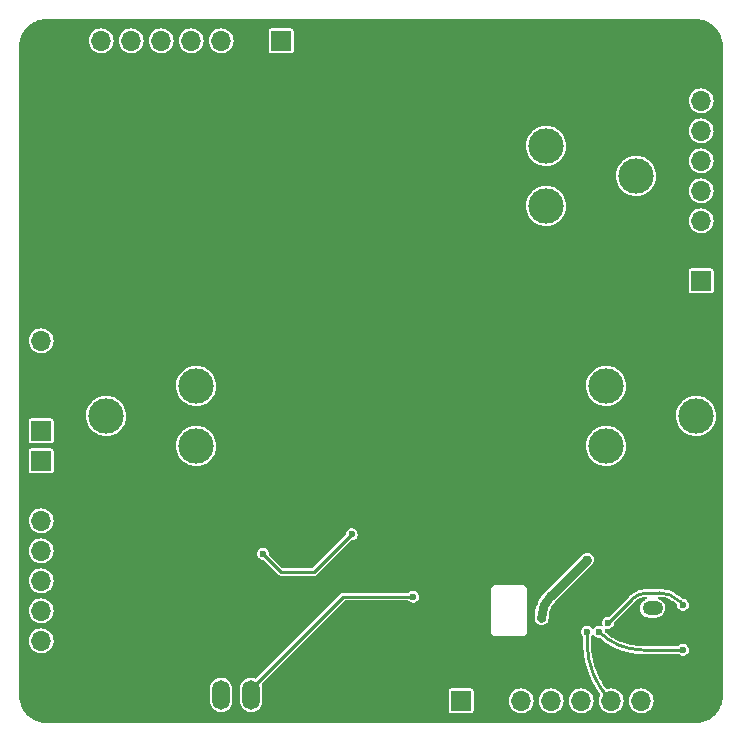
<source format=gbl>
G04 #@! TF.GenerationSoftware,KiCad,Pcbnew,(6.0.9)*
G04 #@! TF.CreationDate,2024-01-10T20:12:20+09:00*
G04 #@! TF.ProjectId,BatteryBoard,42617474-6572-4794-926f-6172642e6b69,rev?*
G04 #@! TF.SameCoordinates,Original*
G04 #@! TF.FileFunction,Copper,L4,Bot*
G04 #@! TF.FilePolarity,Positive*
%FSLAX46Y46*%
G04 Gerber Fmt 4.6, Leading zero omitted, Abs format (unit mm)*
G04 Created by KiCad (PCBNEW (6.0.9)) date 2024-01-10 20:12:20*
%MOMM*%
%LPD*%
G01*
G04 APERTURE LIST*
G04 Aperture macros list*
%AMRoundRect*
0 Rectangle with rounded corners*
0 $1 Rounding radius*
0 $2 $3 $4 $5 $6 $7 $8 $9 X,Y pos of 4 corners*
0 Add a 4 corners polygon primitive as box body*
4,1,4,$2,$3,$4,$5,$6,$7,$8,$9,$2,$3,0*
0 Add four circle primitives for the rounded corners*
1,1,$1+$1,$2,$3*
1,1,$1+$1,$4,$5*
1,1,$1+$1,$6,$7*
1,1,$1+$1,$8,$9*
0 Add four rect primitives between the rounded corners*
20,1,$1+$1,$2,$3,$4,$5,0*
20,1,$1+$1,$4,$5,$6,$7,0*
20,1,$1+$1,$6,$7,$8,$9,0*
20,1,$1+$1,$8,$9,$2,$3,0*%
%AMRotRect*
0 Rectangle, with rotation*
0 The origin of the aperture is its center*
0 $1 length*
0 $2 width*
0 $3 Rotation angle, in degrees counterclockwise*
0 Add horizontal line*
21,1,$1,$2,0,0,$3*%
G04 Aperture macros list end*
G04 #@! TA.AperFunction,ComponentPad*
%ADD10R,1.500000X2.500000*%
G04 #@! TD*
G04 #@! TA.AperFunction,ComponentPad*
%ADD11O,1.500000X2.500000*%
G04 #@! TD*
G04 #@! TA.AperFunction,ComponentPad*
%ADD12C,3.000000*%
G04 #@! TD*
G04 #@! TA.AperFunction,ComponentPad*
%ADD13R,1.700000X1.700000*%
G04 #@! TD*
G04 #@! TA.AperFunction,ComponentPad*
%ADD14O,1.700000X1.700000*%
G04 #@! TD*
G04 #@! TA.AperFunction,ComponentPad*
%ADD15O,1.000000X1.700000*%
G04 #@! TD*
G04 #@! TA.AperFunction,ComponentPad*
%ADD16C,0.700000*%
G04 #@! TD*
G04 #@! TA.AperFunction,ComponentPad*
%ADD17C,4.400000*%
G04 #@! TD*
G04 #@! TA.AperFunction,ComponentPad*
%ADD18RoundRect,0.250000X0.625000X-0.350000X0.625000X0.350000X-0.625000X0.350000X-0.625000X-0.350000X0*%
G04 #@! TD*
G04 #@! TA.AperFunction,ComponentPad*
%ADD19O,1.750000X1.200000*%
G04 #@! TD*
G04 #@! TA.AperFunction,ComponentPad*
%ADD20C,0.500000*%
G04 #@! TD*
G04 #@! TA.AperFunction,SMDPad,CuDef*
%ADD21RotRect,2.450000X2.450000X135.000000*%
G04 #@! TD*
G04 #@! TA.AperFunction,ViaPad*
%ADD22C,0.600000*%
G04 #@! TD*
G04 #@! TA.AperFunction,ViaPad*
%ADD23C,0.500000*%
G04 #@! TD*
G04 #@! TA.AperFunction,ViaPad*
%ADD24C,0.775000*%
G04 #@! TD*
G04 #@! TA.AperFunction,Conductor*
%ADD25C,0.775000*%
G04 #@! TD*
G04 #@! TA.AperFunction,Conductor*
%ADD26C,0.250000*%
G04 #@! TD*
G04 APERTURE END LIST*
D10*
X142380000Y-127432000D03*
D11*
X139840000Y-127432000D03*
X137300000Y-127432000D03*
D12*
X164810000Y-80950000D03*
X164810000Y-86030000D03*
X172430000Y-83490000D03*
X122490000Y-83490000D03*
X130110000Y-80950000D03*
X130110000Y-86030000D03*
D13*
X122060000Y-107620000D03*
D14*
X122060000Y-110160000D03*
X122060000Y-112700000D03*
X122060000Y-115240000D03*
X122060000Y-117780000D03*
X122060000Y-120320000D03*
X122060000Y-122860000D03*
D15*
X145680000Y-123641000D03*
X154320000Y-123641000D03*
X145680000Y-127441000D03*
X154320000Y-127441000D03*
D16*
X175850000Y-127500000D03*
X178666726Y-128666726D03*
X178666726Y-126333274D03*
X179150000Y-127500000D03*
D17*
X177500000Y-127500000D03*
D16*
X177500000Y-129150000D03*
X177500000Y-125850000D03*
X176333274Y-126333274D03*
X176333274Y-128666726D03*
D12*
X127570000Y-103810000D03*
X135190000Y-106350000D03*
X135190000Y-101270000D03*
X169890000Y-101270000D03*
X177510000Y-103810000D03*
X169890000Y-106350000D03*
D13*
X142380000Y-72060000D03*
D14*
X139840000Y-72060000D03*
X137300000Y-72060000D03*
X134760000Y-72060000D03*
X132220000Y-72060000D03*
X129680000Y-72060000D03*
X127140000Y-72060000D03*
D18*
X173834000Y-122082000D03*
D19*
X173834000Y-120082000D03*
D13*
X122060000Y-105080000D03*
D14*
X122060000Y-102540000D03*
X122060000Y-100000000D03*
X122060000Y-97460000D03*
D13*
X177940000Y-92380000D03*
D14*
X177940000Y-89840000D03*
X177940000Y-87300000D03*
X177940000Y-84760000D03*
X177940000Y-82220000D03*
X177940000Y-79680000D03*
X177940000Y-77140000D03*
D13*
X157620000Y-127940000D03*
D14*
X160160000Y-127940000D03*
X162700000Y-127940000D03*
X165240000Y-127940000D03*
X167780000Y-127940000D03*
X170320000Y-127940000D03*
X172860000Y-127940000D03*
D16*
X122500000Y-129150000D03*
X123666726Y-128666726D03*
X121333274Y-128666726D03*
X121333274Y-126333274D03*
X122500000Y-125850000D03*
X124150000Y-127500000D03*
X120850000Y-127500000D03*
D17*
X122500000Y-127500000D03*
D16*
X123666726Y-126333274D03*
X123666726Y-73666726D03*
X121333274Y-71333274D03*
D17*
X122500000Y-72500000D03*
D16*
X121333274Y-73666726D03*
X123666726Y-71333274D03*
X120850000Y-72500000D03*
X122500000Y-70850000D03*
X124150000Y-72500000D03*
X122500000Y-74150000D03*
D20*
X168288000Y-117417142D03*
X167598571Y-118106571D03*
X167598571Y-119485429D03*
X168977429Y-118106571D03*
X169666858Y-118796000D03*
X168288000Y-118796000D03*
X166909142Y-118796000D03*
X168288000Y-120174858D03*
X168977429Y-119485429D03*
D21*
X168288000Y-118796000D03*
D16*
X178666726Y-71333274D03*
X175850000Y-72500000D03*
X176333274Y-71333274D03*
X176333274Y-73666726D03*
X177500000Y-70850000D03*
X179150000Y-72500000D03*
X177500000Y-74150000D03*
X178666726Y-73666726D03*
D17*
X177500000Y-72500000D03*
D22*
X120790000Y-80950000D03*
X146190000Y-129210000D03*
X127140000Y-126924000D03*
X160160000Y-87300000D03*
X148476000Y-114859000D03*
X137554000Y-112446000D03*
X139586000Y-125273000D03*
X176162000Y-117526000D03*
X120790000Y-86030000D03*
X134252000Y-118288000D03*
X157620000Y-109525000D03*
X126378000Y-112446000D03*
X125870000Y-70790000D03*
X167526000Y-123876000D03*
X174130000Y-70790000D03*
X126124000Y-117018000D03*
X152540000Y-117272000D03*
X130696000Y-118288000D03*
X127902000Y-127686000D03*
X171590000Y-96190000D03*
X179210000Y-119050000D03*
X132474000Y-113208000D03*
X130950000Y-91110000D03*
X152540000Y-111176000D03*
X129426000Y-112700000D03*
X125362000Y-117018000D03*
X130950000Y-96190000D03*
X131204000Y-110414000D03*
X179210000Y-113970000D03*
X147460000Y-96190000D03*
X161684000Y-117526000D03*
X153810000Y-129210000D03*
X162954000Y-114732000D03*
X151524000Y-120828000D03*
X127902000Y-116256000D03*
X137554000Y-110414000D03*
X127902000Y-126924000D03*
X157620000Y-116891000D03*
X179210000Y-96190000D03*
X143650000Y-129210000D03*
X135014000Y-111684000D03*
X127140000Y-116256000D03*
X161684000Y-116510000D03*
X160160000Y-79680000D03*
X125870000Y-75870000D03*
X130696000Y-128194000D03*
X162192000Y-117018000D03*
X134252000Y-119050000D03*
X130696000Y-117526000D03*
X165240000Y-126162000D03*
X134252000Y-127178000D03*
X147079000Y-117907000D03*
X170320000Y-126416000D03*
X126378000Y-121590000D03*
X148476000Y-112700000D03*
X179210000Y-78410000D03*
X120790000Y-98730000D03*
X167780000Y-114986000D03*
X174130000Y-75870000D03*
X127140000Y-127686000D03*
X179210000Y-88570000D03*
X127140000Y-126162000D03*
X127902000Y-126162000D03*
X176416000Y-122606000D03*
X153556000Y-114986000D03*
X160414000Y-123368000D03*
X144920000Y-105715000D03*
X163970000Y-70790000D03*
X120790000Y-116510000D03*
X150508000Y-114986000D03*
X134760000Y-87300000D03*
X127902000Y-118542000D03*
X125870000Y-129210000D03*
X136030000Y-125400000D03*
X166510000Y-125908000D03*
X171640800Y-122656800D03*
X136030000Y-96190000D03*
X164224000Y-116002000D03*
X125616000Y-120828000D03*
X139586000Y-124511000D03*
X165240000Y-102540000D03*
X148984000Y-110922000D03*
X159144000Y-112700000D03*
X148730000Y-129210000D03*
X144920000Y-101905000D03*
X161430000Y-129210000D03*
X134252000Y-126416000D03*
X161176000Y-117018000D03*
X126378000Y-120828000D03*
X173368000Y-124384000D03*
X130950000Y-129210000D03*
X128460800Y-123266400D03*
X120790000Y-88570000D03*
X169685000Y-113335000D03*
X123838000Y-123114000D03*
X132982000Y-125146000D03*
X169050000Y-70790000D03*
X126886000Y-110160000D03*
X150508000Y-118415000D03*
X151270000Y-129210000D03*
X138570000Y-129210000D03*
X130950000Y-70790000D03*
X126124000Y-127178000D03*
X130696000Y-119050000D03*
X160160000Y-94920000D03*
X172098000Y-117272000D03*
X120790000Y-124130000D03*
X169685000Y-110795000D03*
X161430000Y-70790000D03*
X144666000Y-110922000D03*
X120790000Y-75870000D03*
X165240000Y-111430000D03*
X156858000Y-121590000D03*
D23*
X130696000Y-123317200D03*
D22*
X130696000Y-127432000D03*
X179210000Y-86030000D03*
X166510000Y-70790000D03*
X133490000Y-119050000D03*
X128918000Y-120066000D03*
X158890000Y-70790000D03*
X127140000Y-118542000D03*
X126886000Y-120066000D03*
X161176000Y-116002000D03*
X169050000Y-75870000D03*
X151270000Y-109525000D03*
X125870000Y-96190000D03*
X139586000Y-122987000D03*
X169050000Y-91110000D03*
X134760000Y-79680000D03*
X127902000Y-117780000D03*
X130696000Y-116764000D03*
X120790000Y-101270000D03*
X156350000Y-102540000D03*
X126886000Y-119304000D03*
X174130000Y-129210000D03*
X144920000Y-108890000D03*
X127140000Y-117780000D03*
X179210000Y-75870000D03*
X130696000Y-125908000D03*
X171336000Y-118923000D03*
X126886000Y-110922000D03*
X127140000Y-117018000D03*
X179210000Y-121590000D03*
X120790000Y-78410000D03*
X147460000Y-89840000D03*
X133490000Y-126416000D03*
X153810000Y-105715000D03*
X146190000Y-70790000D03*
X128410000Y-129210000D03*
X130950000Y-75870000D03*
X125616000Y-111684000D03*
X163970000Y-75870000D03*
X132474000Y-122352000D03*
X133490000Y-119812000D03*
X120790000Y-96190000D03*
X179210000Y-116510000D03*
X160414000Y-124130000D03*
X132982000Y-116002000D03*
X134252000Y-117526000D03*
X150000000Y-127178000D03*
X175146000Y-124384000D03*
X130696000Y-126670000D03*
X136030000Y-129210000D03*
X147460000Y-83490000D03*
X120790000Y-93650000D03*
X179210000Y-124130000D03*
X156350000Y-70790000D03*
X133490000Y-129210000D03*
X125870000Y-91110000D03*
X133490000Y-127178000D03*
X139586000Y-123749000D03*
X153810000Y-70790000D03*
X134252000Y-119812000D03*
X174130000Y-91110000D03*
X129426000Y-121844000D03*
X148730000Y-70790000D03*
X151270000Y-70790000D03*
X179210000Y-80950000D03*
X133490000Y-118288000D03*
X126378000Y-111684000D03*
X156858000Y-124384000D03*
X120790000Y-119050000D03*
X133490000Y-70790000D03*
X148476000Y-122352000D03*
X133490000Y-117526000D03*
X120790000Y-121590000D03*
X179210000Y-111430000D03*
X174384000Y-116764000D03*
X162827000Y-124384000D03*
X128460800Y-114122400D03*
X127140000Y-125400000D03*
X168161000Y-126416000D03*
X128410000Y-70790000D03*
X125362000Y-127178000D03*
X160668000Y-116510000D03*
X120790000Y-91110000D03*
X167272000Y-125146000D03*
X138570000Y-70790000D03*
X161176000Y-124130000D03*
X147460000Y-77140000D03*
X162700000Y-117526000D03*
X174765000Y-111430000D03*
X141110000Y-129210000D03*
X161176000Y-123368000D03*
X120790000Y-113970000D03*
X120790000Y-111430000D03*
X136030000Y-70790000D03*
X127902000Y-117018000D03*
X165240000Y-106985000D03*
X127902000Y-125400000D03*
X154826000Y-120574000D03*
D23*
X130696000Y-114173200D03*
D22*
X175400000Y-120066000D03*
X179210000Y-83490000D03*
X171590000Y-70790000D03*
D24*
X164431016Y-120955000D03*
X168288000Y-115985250D03*
D22*
X170066000Y-121336000D03*
X176416000Y-119812000D03*
X169304000Y-122098000D03*
X176416000Y-123622000D03*
X168288000Y-122098000D03*
X140856000Y-115494000D03*
X148349000Y-113843000D03*
X153556000Y-119113500D03*
D25*
X165217860Y-119055389D02*
X168288000Y-115985250D01*
X165217854Y-119055383D02*
G75*
G03*
X164431016Y-120955000I1899646J-1899617D01*
G01*
D26*
X174384000Y-118796000D02*
X173368000Y-118796000D01*
X170066000Y-121336000D02*
X172067184Y-119334816D01*
X176416000Y-119812000D02*
X176118421Y-119514421D01*
X174384000Y-118795988D02*
G75*
G02*
X176118421Y-119514421I0J-2452812D01*
G01*
X173368000Y-118795991D02*
G75*
G03*
X172067184Y-119334816I0J-1839609D01*
G01*
X176416000Y-123622000D02*
X172983261Y-123622000D01*
X169304011Y-122097989D02*
G75*
G03*
X172983261Y-123622000I3679289J3679289D01*
G01*
X168288000Y-123034319D02*
X168288000Y-122098000D01*
X168287993Y-123034319D02*
G75*
G03*
X170320000Y-127940000I6937707J19D01*
G01*
X148349000Y-113843000D02*
X145174000Y-117018000D01*
X145174000Y-117018000D02*
X142380000Y-117018000D01*
X142380000Y-117018000D02*
X140856000Y-115494000D01*
X139840000Y-127432000D02*
X139840000Y-126924000D01*
X139840000Y-126924000D02*
X147650500Y-119113500D01*
X147650500Y-119113500D02*
X153556000Y-119113500D01*
G04 #@! TA.AperFunction,Conductor*
G36*
X177488169Y-70203018D02*
G01*
X177499641Y-70205656D01*
X177510517Y-70203195D01*
X177521664Y-70203214D01*
X177521664Y-70203243D01*
X177531772Y-70202422D01*
X177661986Y-70210298D01*
X177771204Y-70216905D01*
X177783056Y-70218344D01*
X178044422Y-70266241D01*
X178056015Y-70269098D01*
X178262244Y-70333361D01*
X178309695Y-70348148D01*
X178320873Y-70352387D01*
X178563170Y-70461436D01*
X178573756Y-70466992D01*
X178801142Y-70604452D01*
X178810980Y-70611243D01*
X179020132Y-70775103D01*
X179029081Y-70783030D01*
X179216970Y-70970919D01*
X179224897Y-70979868D01*
X179388757Y-71189020D01*
X179395548Y-71198858D01*
X179533008Y-71426244D01*
X179538564Y-71436830D01*
X179647613Y-71679127D01*
X179651852Y-71690305D01*
X179730900Y-71943977D01*
X179733759Y-71955578D01*
X179781655Y-72216936D01*
X179783095Y-72228796D01*
X179787031Y-72293863D01*
X179797547Y-72467712D01*
X179796724Y-72477628D01*
X179796862Y-72477628D01*
X179796842Y-72488776D01*
X179794344Y-72499641D01*
X179796804Y-72510513D01*
X179797059Y-72511638D01*
X179799500Y-72533488D01*
X179799500Y-127465983D01*
X179796982Y-127488169D01*
X179794344Y-127499641D01*
X179796805Y-127510517D01*
X179796786Y-127521664D01*
X179796757Y-127521664D01*
X179797578Y-127531772D01*
X179789702Y-127661986D01*
X179786161Y-127720532D01*
X179783096Y-127771197D01*
X179781656Y-127783056D01*
X179733761Y-128044415D01*
X179730902Y-128056015D01*
X179678094Y-128225481D01*
X179651852Y-128309695D01*
X179647613Y-128320873D01*
X179538564Y-128563170D01*
X179533009Y-128573754D01*
X179433020Y-128739156D01*
X179395548Y-128801142D01*
X179388757Y-128810980D01*
X179224897Y-129020132D01*
X179216970Y-129029081D01*
X179029081Y-129216970D01*
X179020132Y-129224897D01*
X178810980Y-129388757D01*
X178801142Y-129395548D01*
X178573756Y-129533008D01*
X178563170Y-129538564D01*
X178320873Y-129647613D01*
X178309695Y-129651852D01*
X178056015Y-129730902D01*
X178044422Y-129733759D01*
X177783056Y-129781656D01*
X177771204Y-129783095D01*
X177532288Y-129797547D01*
X177522372Y-129796724D01*
X177522372Y-129796862D01*
X177511224Y-129796842D01*
X177500359Y-129794344D01*
X177488359Y-129797059D01*
X177466512Y-129799500D01*
X122534017Y-129799500D01*
X122511831Y-129796982D01*
X122511801Y-129796975D01*
X122500359Y-129794344D01*
X122489483Y-129796805D01*
X122478336Y-129796786D01*
X122478336Y-129796757D01*
X122468228Y-129797578D01*
X122338014Y-129789702D01*
X122228796Y-129783095D01*
X122216944Y-129781656D01*
X121955578Y-129733759D01*
X121943985Y-129730902D01*
X121690305Y-129651852D01*
X121679127Y-129647613D01*
X121436830Y-129538564D01*
X121426244Y-129533008D01*
X121198858Y-129395548D01*
X121189020Y-129388757D01*
X120979868Y-129224897D01*
X120970919Y-129216970D01*
X120783030Y-129029081D01*
X120775103Y-129020132D01*
X120611243Y-128810980D01*
X120604452Y-128801142D01*
X120566980Y-128739156D01*
X120466991Y-128573754D01*
X120461436Y-128563170D01*
X120352387Y-128320873D01*
X120348148Y-128309695D01*
X120321906Y-128225481D01*
X120269098Y-128056015D01*
X120266239Y-128044415D01*
X120254482Y-127980259D01*
X136349500Y-127980259D01*
X136349753Y-127982747D01*
X136349753Y-127982752D01*
X136356017Y-128044415D01*
X136364112Y-128124110D01*
X136421856Y-128308373D01*
X136515472Y-128477261D01*
X136518737Y-128481070D01*
X136598179Y-128573756D01*
X136641136Y-128623875D01*
X136645103Y-128626952D01*
X136789754Y-128739156D01*
X136789759Y-128739159D01*
X136793714Y-128742227D01*
X136966974Y-128827481D01*
X137055630Y-128850574D01*
X137148979Y-128874890D01*
X137148983Y-128874891D01*
X137153837Y-128876155D01*
X137158849Y-128876418D01*
X137158851Y-128876418D01*
X137226778Y-128879978D01*
X137346671Y-128886261D01*
X137351630Y-128885511D01*
X137351631Y-128885511D01*
X137411755Y-128876418D01*
X137537599Y-128857386D01*
X137718821Y-128790710D01*
X137723079Y-128788070D01*
X137723081Y-128788069D01*
X137878670Y-128691599D01*
X137878671Y-128691598D01*
X137882934Y-128688955D01*
X138023235Y-128556279D01*
X138026109Y-128552174D01*
X138026112Y-128552171D01*
X138131116Y-128402208D01*
X138133991Y-128398102D01*
X138164074Y-128328586D01*
X138208691Y-128225481D01*
X138210680Y-128220885D01*
X138250168Y-128031867D01*
X138250500Y-128025532D01*
X138250500Y-127980259D01*
X138889500Y-127980259D01*
X138889753Y-127982747D01*
X138889753Y-127982752D01*
X138896017Y-128044415D01*
X138904112Y-128124110D01*
X138961856Y-128308373D01*
X139055472Y-128477261D01*
X139058737Y-128481070D01*
X139138179Y-128573756D01*
X139181136Y-128623875D01*
X139185103Y-128626952D01*
X139329754Y-128739156D01*
X139329759Y-128739159D01*
X139333714Y-128742227D01*
X139506974Y-128827481D01*
X139595630Y-128850574D01*
X139688979Y-128874890D01*
X139688983Y-128874891D01*
X139693837Y-128876155D01*
X139698849Y-128876418D01*
X139698851Y-128876418D01*
X139766778Y-128879978D01*
X139886671Y-128886261D01*
X139891630Y-128885511D01*
X139891631Y-128885511D01*
X139951755Y-128876418D01*
X140077599Y-128857386D01*
X140207077Y-128809748D01*
X156569500Y-128809748D01*
X156573279Y-128828745D01*
X156578976Y-128857386D01*
X156581133Y-128868231D01*
X156625448Y-128934552D01*
X156691769Y-128978867D01*
X156701332Y-128980769D01*
X156701334Y-128980770D01*
X156724005Y-128985279D01*
X156750252Y-128990500D01*
X158489748Y-128990500D01*
X158515995Y-128985279D01*
X158538666Y-128980770D01*
X158538668Y-128980769D01*
X158548231Y-128978867D01*
X158614552Y-128934552D01*
X158658867Y-128868231D01*
X158661025Y-128857386D01*
X158666721Y-128828745D01*
X158670500Y-128809748D01*
X158670500Y-127925262D01*
X161644520Y-127925262D01*
X161661759Y-128130553D01*
X161663092Y-128135201D01*
X161663092Y-128135202D01*
X161711377Y-128303590D01*
X161718544Y-128328586D01*
X161812712Y-128511818D01*
X161940677Y-128673270D01*
X161944357Y-128676402D01*
X161944359Y-128676404D01*
X162018093Y-128739156D01*
X162097564Y-128806791D01*
X162101787Y-128809151D01*
X162101791Y-128809154D01*
X162141342Y-128831258D01*
X162277398Y-128907297D01*
X162281996Y-128908791D01*
X162468724Y-128969463D01*
X162468726Y-128969464D01*
X162473329Y-128970959D01*
X162677894Y-128995351D01*
X162682716Y-128994980D01*
X162682719Y-128994980D01*
X162753259Y-128989552D01*
X162883300Y-128979546D01*
X163081725Y-128924145D01*
X163086038Y-128921966D01*
X163086044Y-128921964D01*
X163261289Y-128833441D01*
X163261291Y-128833440D01*
X163265610Y-128831258D01*
X163269427Y-128828276D01*
X163424135Y-128707406D01*
X163424139Y-128707402D01*
X163427951Y-128704424D01*
X163439022Y-128691599D01*
X163500767Y-128620065D01*
X163562564Y-128548472D01*
X163581231Y-128515613D01*
X163661934Y-128373550D01*
X163661935Y-128373547D01*
X163664323Y-128369344D01*
X163677882Y-128328586D01*
X163727824Y-128178454D01*
X163727824Y-128178452D01*
X163729351Y-128173863D01*
X163744238Y-128056023D01*
X163753494Y-127982752D01*
X163755171Y-127969474D01*
X163755583Y-127940000D01*
X163754138Y-127925262D01*
X164184520Y-127925262D01*
X164201759Y-128130553D01*
X164203092Y-128135201D01*
X164203092Y-128135202D01*
X164251377Y-128303590D01*
X164258544Y-128328586D01*
X164352712Y-128511818D01*
X164480677Y-128673270D01*
X164484357Y-128676402D01*
X164484359Y-128676404D01*
X164558093Y-128739156D01*
X164637564Y-128806791D01*
X164641787Y-128809151D01*
X164641791Y-128809154D01*
X164681342Y-128831258D01*
X164817398Y-128907297D01*
X164821996Y-128908791D01*
X165008724Y-128969463D01*
X165008726Y-128969464D01*
X165013329Y-128970959D01*
X165217894Y-128995351D01*
X165222716Y-128994980D01*
X165222719Y-128994980D01*
X165293259Y-128989552D01*
X165423300Y-128979546D01*
X165621725Y-128924145D01*
X165626038Y-128921966D01*
X165626044Y-128921964D01*
X165801289Y-128833441D01*
X165801291Y-128833440D01*
X165805610Y-128831258D01*
X165809427Y-128828276D01*
X165964135Y-128707406D01*
X165964139Y-128707402D01*
X165967951Y-128704424D01*
X165979022Y-128691599D01*
X166040767Y-128620065D01*
X166102564Y-128548472D01*
X166121231Y-128515613D01*
X166201934Y-128373550D01*
X166201935Y-128373547D01*
X166204323Y-128369344D01*
X166217882Y-128328586D01*
X166267824Y-128178454D01*
X166267824Y-128178452D01*
X166269351Y-128173863D01*
X166284238Y-128056023D01*
X166293494Y-127982752D01*
X166295171Y-127969474D01*
X166295583Y-127940000D01*
X166294138Y-127925262D01*
X166724520Y-127925262D01*
X166741759Y-128130553D01*
X166743092Y-128135201D01*
X166743092Y-128135202D01*
X166791377Y-128303590D01*
X166798544Y-128328586D01*
X166892712Y-128511818D01*
X167020677Y-128673270D01*
X167024357Y-128676402D01*
X167024359Y-128676404D01*
X167098093Y-128739156D01*
X167177564Y-128806791D01*
X167181787Y-128809151D01*
X167181791Y-128809154D01*
X167221342Y-128831258D01*
X167357398Y-128907297D01*
X167361996Y-128908791D01*
X167548724Y-128969463D01*
X167548726Y-128969464D01*
X167553329Y-128970959D01*
X167757894Y-128995351D01*
X167762716Y-128994980D01*
X167762719Y-128994980D01*
X167833259Y-128989552D01*
X167963300Y-128979546D01*
X168161725Y-128924145D01*
X168166038Y-128921966D01*
X168166044Y-128921964D01*
X168341289Y-128833441D01*
X168341291Y-128833440D01*
X168345610Y-128831258D01*
X168349427Y-128828276D01*
X168504135Y-128707406D01*
X168504139Y-128707402D01*
X168507951Y-128704424D01*
X168519022Y-128691599D01*
X168580767Y-128620065D01*
X168642564Y-128548472D01*
X168661231Y-128515613D01*
X168741934Y-128373550D01*
X168741935Y-128373547D01*
X168744323Y-128369344D01*
X168757882Y-128328586D01*
X168807824Y-128178454D01*
X168807824Y-128178452D01*
X168809351Y-128173863D01*
X168824238Y-128056023D01*
X168833494Y-127982752D01*
X168835171Y-127969474D01*
X168835583Y-127940000D01*
X168833667Y-127920454D01*
X168815952Y-127739780D01*
X168815951Y-127739776D01*
X168815480Y-127734970D01*
X168755935Y-127537749D01*
X168659218Y-127355849D01*
X168529011Y-127196200D01*
X168378501Y-127071687D01*
X168374002Y-127067965D01*
X168374000Y-127067964D01*
X168370275Y-127064882D01*
X168189055Y-126966897D01*
X168119102Y-126945243D01*
X167996875Y-126907407D01*
X167996871Y-126907406D01*
X167992254Y-126905977D01*
X167987446Y-126905472D01*
X167987443Y-126905471D01*
X167792185Y-126884949D01*
X167792183Y-126884949D01*
X167787369Y-126884443D01*
X167731800Y-126889500D01*
X167587022Y-126902675D01*
X167587017Y-126902676D01*
X167582203Y-126903114D01*
X167384572Y-126961280D01*
X167380288Y-126963519D01*
X167380287Y-126963520D01*
X167369428Y-126969197D01*
X167202002Y-127056726D01*
X167198231Y-127059758D01*
X167045220Y-127182781D01*
X167045217Y-127182783D01*
X167041447Y-127185815D01*
X167038333Y-127189526D01*
X167038332Y-127189527D01*
X167029585Y-127199952D01*
X166909024Y-127343630D01*
X166906689Y-127347878D01*
X166906688Y-127347879D01*
X166899955Y-127360126D01*
X166809776Y-127524162D01*
X166808313Y-127528775D01*
X166808311Y-127528779D01*
X166806821Y-127533476D01*
X166747484Y-127720532D01*
X166746944Y-127725344D01*
X166746944Y-127725345D01*
X166741131Y-127777174D01*
X166724520Y-127925262D01*
X166294138Y-127925262D01*
X166293667Y-127920454D01*
X166275952Y-127739780D01*
X166275951Y-127739776D01*
X166275480Y-127734970D01*
X166215935Y-127537749D01*
X166119218Y-127355849D01*
X165989011Y-127196200D01*
X165838501Y-127071687D01*
X165834002Y-127067965D01*
X165834000Y-127067964D01*
X165830275Y-127064882D01*
X165649055Y-126966897D01*
X165579102Y-126945243D01*
X165456875Y-126907407D01*
X165456871Y-126907406D01*
X165452254Y-126905977D01*
X165447446Y-126905472D01*
X165447443Y-126905471D01*
X165252185Y-126884949D01*
X165252183Y-126884949D01*
X165247369Y-126884443D01*
X165191800Y-126889500D01*
X165047022Y-126902675D01*
X165047017Y-126902676D01*
X165042203Y-126903114D01*
X164844572Y-126961280D01*
X164840288Y-126963519D01*
X164840287Y-126963520D01*
X164829428Y-126969197D01*
X164662002Y-127056726D01*
X164658231Y-127059758D01*
X164505220Y-127182781D01*
X164505217Y-127182783D01*
X164501447Y-127185815D01*
X164498333Y-127189526D01*
X164498332Y-127189527D01*
X164489585Y-127199952D01*
X164369024Y-127343630D01*
X164366689Y-127347878D01*
X164366688Y-127347879D01*
X164359955Y-127360126D01*
X164269776Y-127524162D01*
X164268313Y-127528775D01*
X164268311Y-127528779D01*
X164266821Y-127533476D01*
X164207484Y-127720532D01*
X164206944Y-127725344D01*
X164206944Y-127725345D01*
X164201131Y-127777174D01*
X164184520Y-127925262D01*
X163754138Y-127925262D01*
X163753667Y-127920454D01*
X163735952Y-127739780D01*
X163735951Y-127739776D01*
X163735480Y-127734970D01*
X163675935Y-127537749D01*
X163579218Y-127355849D01*
X163449011Y-127196200D01*
X163298501Y-127071687D01*
X163294002Y-127067965D01*
X163294000Y-127067964D01*
X163290275Y-127064882D01*
X163109055Y-126966897D01*
X163039102Y-126945243D01*
X162916875Y-126907407D01*
X162916871Y-126907406D01*
X162912254Y-126905977D01*
X162907446Y-126905472D01*
X162907443Y-126905471D01*
X162712185Y-126884949D01*
X162712183Y-126884949D01*
X162707369Y-126884443D01*
X162651800Y-126889500D01*
X162507022Y-126902675D01*
X162507017Y-126902676D01*
X162502203Y-126903114D01*
X162304572Y-126961280D01*
X162300288Y-126963519D01*
X162300287Y-126963520D01*
X162289428Y-126969197D01*
X162122002Y-127056726D01*
X162118231Y-127059758D01*
X161965220Y-127182781D01*
X161965217Y-127182783D01*
X161961447Y-127185815D01*
X161958333Y-127189526D01*
X161958332Y-127189527D01*
X161949585Y-127199952D01*
X161829024Y-127343630D01*
X161826689Y-127347878D01*
X161826688Y-127347879D01*
X161819955Y-127360126D01*
X161729776Y-127524162D01*
X161728313Y-127528775D01*
X161728311Y-127528779D01*
X161726821Y-127533476D01*
X161667484Y-127720532D01*
X161666944Y-127725344D01*
X161666944Y-127725345D01*
X161661131Y-127777174D01*
X161644520Y-127925262D01*
X158670500Y-127925262D01*
X158670500Y-127070252D01*
X158658867Y-127011769D01*
X158614552Y-126945448D01*
X158548231Y-126901133D01*
X158538668Y-126899231D01*
X158538666Y-126899230D01*
X158515995Y-126894721D01*
X158489748Y-126889500D01*
X156750252Y-126889500D01*
X156724005Y-126894721D01*
X156701334Y-126899230D01*
X156701332Y-126899231D01*
X156691769Y-126901133D01*
X156625448Y-126945448D01*
X156581133Y-127011769D01*
X156569500Y-127070252D01*
X156569500Y-128809748D01*
X140207077Y-128809748D01*
X140258821Y-128790710D01*
X140263079Y-128788070D01*
X140263081Y-128788069D01*
X140418670Y-128691599D01*
X140418671Y-128691598D01*
X140422934Y-128688955D01*
X140563235Y-128556279D01*
X140566109Y-128552174D01*
X140566112Y-128552171D01*
X140671116Y-128402208D01*
X140673991Y-128398102D01*
X140704074Y-128328586D01*
X140748691Y-128225481D01*
X140750680Y-128220885D01*
X140790168Y-128031867D01*
X140790500Y-128025532D01*
X140790500Y-126883741D01*
X140786034Y-126839771D01*
X140776395Y-126744877D01*
X140776394Y-126744873D01*
X140775888Y-126739890D01*
X140724276Y-126575193D01*
X140724917Y-126514011D01*
X140748742Y-126475584D01*
X144999326Y-122225000D01*
X160160000Y-122225000D01*
X160414000Y-122479000D01*
X162954000Y-122479000D01*
X163208000Y-122225000D01*
X163208000Y-122091823D01*
X167782391Y-122091823D01*
X167800980Y-122233979D01*
X167858720Y-122365203D01*
X167913644Y-122430543D01*
X167939283Y-122461045D01*
X167962253Y-122517755D01*
X167962500Y-122524747D01*
X167962500Y-122997183D01*
X167960996Y-123014372D01*
X167957479Y-123034320D01*
X167958858Y-123042141D01*
X167958966Y-123045432D01*
X167958949Y-123045484D01*
X167958983Y-123047580D01*
X167958983Y-123048157D01*
X167959088Y-123049167D01*
X167974163Y-123509609D01*
X167974323Y-123511229D01*
X167974323Y-123511236D01*
X167985765Y-123627406D01*
X168020775Y-123982863D01*
X168035902Y-124074482D01*
X168095648Y-124436355D01*
X168098240Y-124452055D01*
X168206226Y-124915176D01*
X168206696Y-124916725D01*
X168337616Y-125348307D01*
X168344270Y-125370243D01*
X168511781Y-125815307D01*
X168708042Y-126248463D01*
X168932212Y-126667855D01*
X168933059Y-126669216D01*
X168933067Y-126669231D01*
X169182484Y-127070324D01*
X169183332Y-127071687D01*
X169184260Y-127072982D01*
X169184268Y-127072994D01*
X169381948Y-127348856D01*
X169400474Y-127407169D01*
X169388230Y-127454214D01*
X169353331Y-127517696D01*
X169349776Y-127524162D01*
X169287484Y-127720532D01*
X169286944Y-127725344D01*
X169286944Y-127725345D01*
X169281131Y-127777174D01*
X169264520Y-127925262D01*
X169281759Y-128130553D01*
X169283092Y-128135201D01*
X169283092Y-128135202D01*
X169331377Y-128303590D01*
X169338544Y-128328586D01*
X169432712Y-128511818D01*
X169560677Y-128673270D01*
X169564357Y-128676402D01*
X169564359Y-128676404D01*
X169638093Y-128739156D01*
X169717564Y-128806791D01*
X169721787Y-128809151D01*
X169721791Y-128809154D01*
X169761342Y-128831258D01*
X169897398Y-128907297D01*
X169901996Y-128908791D01*
X170088724Y-128969463D01*
X170088726Y-128969464D01*
X170093329Y-128970959D01*
X170297894Y-128995351D01*
X170302716Y-128994980D01*
X170302719Y-128994980D01*
X170373259Y-128989552D01*
X170503300Y-128979546D01*
X170701725Y-128924145D01*
X170706038Y-128921966D01*
X170706044Y-128921964D01*
X170881289Y-128833441D01*
X170881291Y-128833440D01*
X170885610Y-128831258D01*
X170889427Y-128828276D01*
X171044135Y-128707406D01*
X171044139Y-128707402D01*
X171047951Y-128704424D01*
X171059022Y-128691599D01*
X171120767Y-128620065D01*
X171182564Y-128548472D01*
X171201231Y-128515613D01*
X171281934Y-128373550D01*
X171281935Y-128373547D01*
X171284323Y-128369344D01*
X171297882Y-128328586D01*
X171347824Y-128178454D01*
X171347824Y-128178452D01*
X171349351Y-128173863D01*
X171364238Y-128056023D01*
X171373494Y-127982752D01*
X171375171Y-127969474D01*
X171375583Y-127940000D01*
X171374138Y-127925262D01*
X171804520Y-127925262D01*
X171821759Y-128130553D01*
X171823092Y-128135201D01*
X171823092Y-128135202D01*
X171871377Y-128303590D01*
X171878544Y-128328586D01*
X171972712Y-128511818D01*
X172100677Y-128673270D01*
X172104357Y-128676402D01*
X172104359Y-128676404D01*
X172178093Y-128739156D01*
X172257564Y-128806791D01*
X172261787Y-128809151D01*
X172261791Y-128809154D01*
X172301342Y-128831258D01*
X172437398Y-128907297D01*
X172441996Y-128908791D01*
X172628724Y-128969463D01*
X172628726Y-128969464D01*
X172633329Y-128970959D01*
X172837894Y-128995351D01*
X172842716Y-128994980D01*
X172842719Y-128994980D01*
X172913259Y-128989552D01*
X173043300Y-128979546D01*
X173241725Y-128924145D01*
X173246038Y-128921966D01*
X173246044Y-128921964D01*
X173421289Y-128833441D01*
X173421291Y-128833440D01*
X173425610Y-128831258D01*
X173429427Y-128828276D01*
X173584135Y-128707406D01*
X173584139Y-128707402D01*
X173587951Y-128704424D01*
X173599022Y-128691599D01*
X173660767Y-128620065D01*
X173722564Y-128548472D01*
X173741231Y-128515613D01*
X173821934Y-128373550D01*
X173821935Y-128373547D01*
X173824323Y-128369344D01*
X173837882Y-128328586D01*
X173887824Y-128178454D01*
X173887824Y-128178452D01*
X173889351Y-128173863D01*
X173904238Y-128056023D01*
X173913494Y-127982752D01*
X173915171Y-127969474D01*
X173915583Y-127940000D01*
X173913667Y-127920454D01*
X173895952Y-127739780D01*
X173895951Y-127739776D01*
X173895480Y-127734970D01*
X173835935Y-127537749D01*
X173739218Y-127355849D01*
X173609011Y-127196200D01*
X173458501Y-127071687D01*
X173454002Y-127067965D01*
X173454000Y-127067964D01*
X173450275Y-127064882D01*
X173269055Y-126966897D01*
X173199102Y-126945243D01*
X173076875Y-126907407D01*
X173076871Y-126907406D01*
X173072254Y-126905977D01*
X173067446Y-126905472D01*
X173067443Y-126905471D01*
X172872185Y-126884949D01*
X172872183Y-126884949D01*
X172867369Y-126884443D01*
X172811800Y-126889500D01*
X172667022Y-126902675D01*
X172667017Y-126902676D01*
X172662203Y-126903114D01*
X172464572Y-126961280D01*
X172460288Y-126963519D01*
X172460287Y-126963520D01*
X172449428Y-126969197D01*
X172282002Y-127056726D01*
X172278231Y-127059758D01*
X172125220Y-127182781D01*
X172125217Y-127182783D01*
X172121447Y-127185815D01*
X172118333Y-127189526D01*
X172118332Y-127189527D01*
X172109585Y-127199952D01*
X171989024Y-127343630D01*
X171986689Y-127347878D01*
X171986688Y-127347879D01*
X171979955Y-127360126D01*
X171889776Y-127524162D01*
X171888313Y-127528775D01*
X171888311Y-127528779D01*
X171886821Y-127533476D01*
X171827484Y-127720532D01*
X171826944Y-127725344D01*
X171826944Y-127725345D01*
X171821131Y-127777174D01*
X171804520Y-127925262D01*
X171374138Y-127925262D01*
X171373667Y-127920454D01*
X171355952Y-127739780D01*
X171355951Y-127739776D01*
X171355480Y-127734970D01*
X171295935Y-127537749D01*
X171199218Y-127355849D01*
X171069011Y-127196200D01*
X170918501Y-127071687D01*
X170914002Y-127067965D01*
X170914000Y-127067964D01*
X170910275Y-127064882D01*
X170729055Y-126966897D01*
X170659102Y-126945243D01*
X170536875Y-126907407D01*
X170536871Y-126907406D01*
X170532254Y-126905977D01*
X170527446Y-126905472D01*
X170527443Y-126905471D01*
X170332185Y-126884949D01*
X170332183Y-126884949D01*
X170327369Y-126884443D01*
X170271800Y-126889500D01*
X170127022Y-126902675D01*
X170127017Y-126902676D01*
X170122203Y-126903114D01*
X170110522Y-126906552D01*
X169979060Y-126945243D01*
X169917898Y-126943535D01*
X169869787Y-126906733D01*
X169869662Y-126906552D01*
X169665171Y-126612029D01*
X169661352Y-126606086D01*
X169424112Y-126206239D01*
X169420725Y-126200036D01*
X169212613Y-125784284D01*
X169209677Y-125777856D01*
X169031752Y-125348307D01*
X169029282Y-125341685D01*
X168955698Y-125120604D01*
X168882452Y-124900534D01*
X168880463Y-124893762D01*
X168765476Y-124443250D01*
X168763976Y-124436355D01*
X168707580Y-124123770D01*
X168681424Y-123978802D01*
X168680420Y-123971818D01*
X168679839Y-123966407D01*
X168649076Y-123680281D01*
X168630719Y-123509539D01*
X168630215Y-123502490D01*
X168614713Y-123068468D01*
X168616154Y-123047744D01*
X168617017Y-123042849D01*
X168617017Y-123042848D01*
X168618521Y-123034318D01*
X168615004Y-123014372D01*
X168613500Y-122997181D01*
X168613500Y-122522424D01*
X168632407Y-122464233D01*
X168639102Y-122455988D01*
X168653651Y-122439915D01*
X168707200Y-122380754D01*
X168710275Y-122374407D01*
X168713981Y-122368913D01*
X168762197Y-122331245D01*
X168823345Y-122329111D01*
X168873820Y-122363158D01*
X168874720Y-122365203D01*
X168878641Y-122369868D01*
X168878642Y-122369869D01*
X168962431Y-122469549D01*
X168962434Y-122469551D01*
X168966970Y-122474948D01*
X168972841Y-122478856D01*
X168972842Y-122478857D01*
X169004544Y-122499960D01*
X169086313Y-122554390D01*
X169153996Y-122575535D01*
X169216425Y-122595039D01*
X169216426Y-122595039D01*
X169223157Y-122597142D01*
X169285360Y-122598283D01*
X169323601Y-122598984D01*
X169381435Y-122618955D01*
X169386911Y-122623533D01*
X169386949Y-122623489D01*
X169388426Y-122624750D01*
X169389858Y-122626074D01*
X169731039Y-122895040D01*
X169883903Y-122997181D01*
X169963780Y-123050553D01*
X170092270Y-123136408D01*
X170093961Y-123137355D01*
X170318377Y-123263034D01*
X170471326Y-123348690D01*
X170642294Y-123427508D01*
X170864095Y-123529761D01*
X170864103Y-123529764D01*
X170865868Y-123530578D01*
X170867698Y-123531253D01*
X171271648Y-123680281D01*
X171271656Y-123680283D01*
X171273465Y-123680951D01*
X171435999Y-123726791D01*
X171689740Y-123798355D01*
X171689750Y-123798357D01*
X171691603Y-123798880D01*
X172117705Y-123883640D01*
X172119608Y-123883865D01*
X172119619Y-123883867D01*
X172547214Y-123934478D01*
X172547222Y-123934479D01*
X172549143Y-123934706D01*
X172725818Y-123941649D01*
X172971736Y-123951313D01*
X172971738Y-123951313D01*
X172977750Y-123951549D01*
X172983259Y-123952521D01*
X173003206Y-123949004D01*
X173020396Y-123947500D01*
X175989612Y-123947500D01*
X176047803Y-123966407D01*
X176065394Y-123982797D01*
X176078970Y-123998948D01*
X176084841Y-124002856D01*
X176084842Y-124002857D01*
X176097143Y-124011045D01*
X176198313Y-124078390D01*
X176298920Y-124109821D01*
X176328425Y-124119039D01*
X176328426Y-124119039D01*
X176335157Y-124121142D01*
X176406828Y-124122456D01*
X176471445Y-124123641D01*
X176471447Y-124123641D01*
X176478499Y-124123770D01*
X176485302Y-124121915D01*
X176485304Y-124121915D01*
X176560503Y-124101413D01*
X176616817Y-124086060D01*
X176738991Y-124011045D01*
X176746403Y-124002857D01*
X176830468Y-123909982D01*
X176835200Y-123904754D01*
X176897710Y-123775733D01*
X176901461Y-123753441D01*
X176920862Y-123638124D01*
X176920862Y-123638120D01*
X176921496Y-123634354D01*
X176921647Y-123622000D01*
X176901323Y-123480082D01*
X176841984Y-123349572D01*
X176758682Y-123252896D01*
X176753005Y-123246307D01*
X176753004Y-123246306D01*
X176748400Y-123240963D01*
X176628095Y-123162985D01*
X176490739Y-123121907D01*
X176407497Y-123121398D01*
X176354427Y-123121074D01*
X176354426Y-123121074D01*
X176347376Y-123121031D01*
X176340599Y-123122968D01*
X176340598Y-123122968D01*
X176216309Y-123158490D01*
X176216307Y-123158491D01*
X176209529Y-123160428D01*
X176088280Y-123236930D01*
X176083613Y-123242214D01*
X176083611Y-123242216D01*
X176065226Y-123263034D01*
X176012534Y-123294134D01*
X175991022Y-123296500D01*
X173020400Y-123296500D01*
X173003208Y-123294996D01*
X172991792Y-123292983D01*
X172983263Y-123291479D01*
X172971518Y-123293550D01*
X172970440Y-123293740D01*
X172949363Y-123295168D01*
X172604440Y-123281613D01*
X172596702Y-123281004D01*
X172444878Y-123263034D01*
X172224079Y-123236899D01*
X172216402Y-123235683D01*
X171916294Y-123175986D01*
X171848382Y-123162477D01*
X171840834Y-123160665D01*
X171693228Y-123119035D01*
X171479702Y-123058813D01*
X171472309Y-123056411D01*
X171120279Y-122926539D01*
X171113097Y-122923564D01*
X170772344Y-122766473D01*
X170765418Y-122762944D01*
X170438031Y-122579597D01*
X170431413Y-122575541D01*
X170119422Y-122367076D01*
X170113142Y-122362512D01*
X169844821Y-122150984D01*
X169810828Y-122100110D01*
X169808111Y-122087273D01*
X169790323Y-121963066D01*
X169789323Y-121956082D01*
X169784409Y-121945274D01*
X169777537Y-121884476D01*
X169807713Y-121831250D01*
X169863412Y-121805926D01*
X169904053Y-121809804D01*
X169937931Y-121820388D01*
X169978425Y-121833039D01*
X169978426Y-121833039D01*
X169985157Y-121835142D01*
X170056828Y-121836456D01*
X170121445Y-121837641D01*
X170121447Y-121837641D01*
X170128499Y-121837770D01*
X170135302Y-121835915D01*
X170135304Y-121835915D01*
X170211659Y-121815098D01*
X170266817Y-121800060D01*
X170388991Y-121725045D01*
X170396307Y-121716963D01*
X170480468Y-121623982D01*
X170485200Y-121618754D01*
X170547710Y-121489733D01*
X170551875Y-121464982D01*
X170570862Y-121352124D01*
X170570862Y-121352120D01*
X170571496Y-121348354D01*
X170571647Y-121336000D01*
X170572136Y-121336006D01*
X170586601Y-121279164D01*
X170600299Y-121262027D01*
X172271090Y-119591236D01*
X172284301Y-119580151D01*
X172300901Y-119568527D01*
X172306147Y-119561035D01*
X172321967Y-119543388D01*
X172441377Y-119438666D01*
X172451651Y-119430782D01*
X172605540Y-119327954D01*
X172616755Y-119321479D01*
X172782746Y-119239620D01*
X172794710Y-119234664D01*
X172879553Y-119205863D01*
X172969972Y-119175170D01*
X172982473Y-119171820D01*
X173164012Y-119135709D01*
X173176836Y-119134021D01*
X173274089Y-119127646D01*
X173333391Y-119142707D01*
X173372515Y-119189749D01*
X173376517Y-119250803D01*
X173343868Y-119302549D01*
X173313121Y-119319927D01*
X173247250Y-119342866D01*
X173210927Y-119355515D01*
X173206234Y-119358447D01*
X173206235Y-119358447D01*
X173063315Y-119447753D01*
X173063313Y-119447755D01*
X173058625Y-119450684D01*
X173023348Y-119485716D01*
X172935337Y-119573115D01*
X172931193Y-119577230D01*
X172928227Y-119581904D01*
X172928226Y-119581905D01*
X172838285Y-119723630D01*
X172834963Y-119728864D01*
X172774719Y-119898049D01*
X172774065Y-119903536D01*
X172774064Y-119903539D01*
X172756642Y-120049648D01*
X172753455Y-120076376D01*
X172772227Y-120254983D01*
X172774011Y-120260223D01*
X172774011Y-120260224D01*
X172805332Y-120352228D01*
X172830103Y-120424993D01*
X172833001Y-120429703D01*
X172833003Y-120429708D01*
X172872269Y-120493533D01*
X172924206Y-120577955D01*
X173049859Y-120706268D01*
X173200817Y-120803554D01*
X173369578Y-120864978D01*
X173508283Y-120882500D01*
X174154155Y-120882500D01*
X174156909Y-120882191D01*
X174156911Y-120882191D01*
X174192570Y-120878191D01*
X174287472Y-120867546D01*
X174379663Y-120835442D01*
X174451847Y-120810305D01*
X174451848Y-120810305D01*
X174457073Y-120808485D01*
X174494979Y-120784799D01*
X174604685Y-120716247D01*
X174604687Y-120716245D01*
X174609375Y-120713316D01*
X174736807Y-120586770D01*
X174739774Y-120582095D01*
X174830071Y-120439810D01*
X174830072Y-120439809D01*
X174833037Y-120435136D01*
X174893281Y-120265951D01*
X174900581Y-120204737D01*
X174913890Y-120093120D01*
X174913890Y-120093117D01*
X174914545Y-120087624D01*
X174895773Y-119909017D01*
X174893908Y-119903539D01*
X174839682Y-119744249D01*
X174839680Y-119744245D01*
X174837897Y-119739007D01*
X174834999Y-119734297D01*
X174834997Y-119734292D01*
X174746691Y-119590754D01*
X174743794Y-119586045D01*
X174737301Y-119579414D01*
X174622012Y-119461685D01*
X174618141Y-119457732D01*
X174467183Y-119360446D01*
X174347945Y-119317047D01*
X174299730Y-119279377D01*
X174282865Y-119220562D01*
X174303792Y-119163067D01*
X174354517Y-119128852D01*
X174378280Y-119125512D01*
X174384000Y-119126521D01*
X174394356Y-119124695D01*
X174417098Y-119123347D01*
X174616640Y-119134554D01*
X174627663Y-119135795D01*
X174784063Y-119162369D01*
X174851893Y-119173894D01*
X174862717Y-119176364D01*
X175081280Y-119239331D01*
X175091746Y-119242994D01*
X175258113Y-119311907D01*
X175301884Y-119330038D01*
X175311885Y-119334855D01*
X175510950Y-119444875D01*
X175520348Y-119450780D01*
X175535717Y-119461685D01*
X175705839Y-119582396D01*
X175714519Y-119589318D01*
X175863575Y-119722525D01*
X175878703Y-119739560D01*
X175884341Y-119747612D01*
X175884342Y-119747614D01*
X175884705Y-119748132D01*
X175884632Y-119748183D01*
X175910070Y-119798109D01*
X175910554Y-119804776D01*
X175910391Y-119805823D01*
X175928980Y-119947979D01*
X175931821Y-119954435D01*
X175931821Y-119954436D01*
X175971455Y-120044510D01*
X175986720Y-120079203D01*
X176032845Y-120134076D01*
X176074431Y-120183549D01*
X176074434Y-120183551D01*
X176078970Y-120188948D01*
X176084841Y-120192856D01*
X176084842Y-120192857D01*
X176097143Y-120201045D01*
X176198313Y-120268390D01*
X176298920Y-120299821D01*
X176328425Y-120309039D01*
X176328426Y-120309039D01*
X176335157Y-120311142D01*
X176406828Y-120312456D01*
X176471445Y-120313641D01*
X176471447Y-120313641D01*
X176478499Y-120313770D01*
X176485302Y-120311915D01*
X176485304Y-120311915D01*
X176560503Y-120291413D01*
X176616817Y-120276060D01*
X176738991Y-120201045D01*
X176746403Y-120192857D01*
X176830468Y-120099982D01*
X176835200Y-120094754D01*
X176897710Y-119965733D01*
X176901875Y-119940982D01*
X176920862Y-119828124D01*
X176920862Y-119828120D01*
X176921496Y-119824354D01*
X176921647Y-119812000D01*
X176901323Y-119670082D01*
X176862918Y-119585614D01*
X176844905Y-119545996D01*
X176844904Y-119545995D01*
X176841984Y-119539572D01*
X176762704Y-119447563D01*
X176753005Y-119436307D01*
X176753004Y-119436306D01*
X176748400Y-119430963D01*
X176628095Y-119352985D01*
X176490739Y-119311907D01*
X176421186Y-119311482D01*
X176363112Y-119292220D01*
X176355790Y-119285927D01*
X176352137Y-119280710D01*
X176345043Y-119275742D01*
X176344426Y-119275125D01*
X176336618Y-119268894D01*
X176334785Y-119267233D01*
X176148691Y-119098564D01*
X176136316Y-119089386D01*
X175931379Y-118937391D01*
X175931372Y-118937386D01*
X175929430Y-118935946D01*
X175695285Y-118795602D01*
X175573090Y-118737807D01*
X175450701Y-118679920D01*
X175450695Y-118679918D01*
X175448512Y-118678885D01*
X175191486Y-118586918D01*
X174926684Y-118520588D01*
X174656655Y-118480532D01*
X174654229Y-118480413D01*
X174654221Y-118480412D01*
X174403245Y-118468082D01*
X174393448Y-118466982D01*
X174392526Y-118466982D01*
X174384000Y-118465479D01*
X174369238Y-118468082D01*
X174364054Y-118468996D01*
X174346863Y-118470500D01*
X173405137Y-118470500D01*
X173387946Y-118468996D01*
X173376530Y-118466983D01*
X173376529Y-118466983D01*
X173368000Y-118465479D01*
X173359470Y-118466983D01*
X173358953Y-118466983D01*
X173348817Y-118468157D01*
X173307101Y-118470500D01*
X173125199Y-118480716D01*
X173122453Y-118481183D01*
X173122449Y-118481183D01*
X172888193Y-118520985D01*
X172888191Y-118520985D01*
X172885451Y-118521451D01*
X172795361Y-118547406D01*
X172654444Y-118588004D01*
X172654441Y-118588005D01*
X172651772Y-118588774D01*
X172547246Y-118632071D01*
X172429671Y-118680773D01*
X172429664Y-118680776D01*
X172427101Y-118681838D01*
X172424678Y-118683177D01*
X172424668Y-118683182D01*
X172216686Y-118798132D01*
X172216682Y-118798134D01*
X172214262Y-118799472D01*
X172212000Y-118801077D01*
X172019887Y-118937391D01*
X172015932Y-118940197D01*
X171987999Y-118965160D01*
X171848993Y-119089386D01*
X171840895Y-119095804D01*
X171840563Y-119096136D01*
X171833467Y-119101105D01*
X171821849Y-119117699D01*
X171810761Y-119130913D01*
X170135226Y-120806448D01*
X170080709Y-120834225D01*
X170064617Y-120835442D01*
X170004427Y-120835074D01*
X170004426Y-120835074D01*
X169997376Y-120835031D01*
X169990599Y-120836968D01*
X169990598Y-120836968D01*
X169866309Y-120872490D01*
X169866307Y-120872491D01*
X169859529Y-120874428D01*
X169738280Y-120950930D01*
X169733613Y-120956214D01*
X169733611Y-120956216D01*
X169648044Y-121053103D01*
X169648042Y-121053105D01*
X169643377Y-121058388D01*
X169582447Y-121188163D01*
X169581362Y-121195132D01*
X169581361Y-121195135D01*
X169568278Y-121279164D01*
X169560391Y-121329823D01*
X169561306Y-121336820D01*
X169561306Y-121336821D01*
X169566296Y-121374980D01*
X169578980Y-121471979D01*
X169581820Y-121478434D01*
X169581822Y-121478440D01*
X169586838Y-121489839D01*
X169592968Y-121550716D01*
X169562144Y-121603570D01*
X169506140Y-121628212D01*
X169467858Y-121624559D01*
X169378739Y-121597907D01*
X169295497Y-121597398D01*
X169242427Y-121597074D01*
X169242426Y-121597074D01*
X169235376Y-121597031D01*
X169228599Y-121598968D01*
X169228598Y-121598968D01*
X169104309Y-121634490D01*
X169104307Y-121634491D01*
X169097529Y-121636428D01*
X168976280Y-121712930D01*
X168971613Y-121718214D01*
X168971611Y-121718216D01*
X168906104Y-121792390D01*
X168881377Y-121820388D01*
X168878567Y-121826374D01*
X168830975Y-121864501D01*
X168769857Y-121867383D01*
X168718718Y-121833791D01*
X168715994Y-121829992D01*
X168713984Y-121825572D01*
X168620400Y-121716963D01*
X168500095Y-121638985D01*
X168362739Y-121597907D01*
X168279497Y-121597398D01*
X168226427Y-121597074D01*
X168226426Y-121597074D01*
X168219376Y-121597031D01*
X168212599Y-121598968D01*
X168212598Y-121598968D01*
X168088309Y-121634490D01*
X168088307Y-121634491D01*
X168081529Y-121636428D01*
X167960280Y-121712930D01*
X167955613Y-121718214D01*
X167955611Y-121718216D01*
X167870044Y-121815103D01*
X167870042Y-121815105D01*
X167865377Y-121820388D01*
X167862381Y-121826770D01*
X167862380Y-121826771D01*
X167860277Y-121831250D01*
X167804447Y-121950163D01*
X167803362Y-121957132D01*
X167803361Y-121957135D01*
X167799041Y-121984882D01*
X167782391Y-122091823D01*
X163208000Y-122091823D01*
X163208000Y-120955000D01*
X163837942Y-120955000D01*
X163858151Y-121108499D01*
X163917399Y-121251537D01*
X164011649Y-121374367D01*
X164134479Y-121468617D01*
X164277517Y-121527865D01*
X164431016Y-121548074D01*
X164584515Y-121527865D01*
X164727553Y-121468617D01*
X164850383Y-121374367D01*
X164944633Y-121251537D01*
X165003881Y-121108499D01*
X165024090Y-120955000D01*
X165021763Y-120937324D01*
X165021745Y-120937185D01*
X165021054Y-120918713D01*
X165030329Y-120753550D01*
X165031899Y-120725594D01*
X165033142Y-120714566D01*
X165033355Y-120713316D01*
X165070696Y-120493531D01*
X165073166Y-120482709D01*
X165085525Y-120439810D01*
X165135238Y-120267251D01*
X165138903Y-120256780D01*
X165139648Y-120254983D01*
X165215131Y-120072747D01*
X165224699Y-120049648D01*
X165229516Y-120039645D01*
X165337967Y-119843417D01*
X165343873Y-119834017D01*
X165473614Y-119651161D01*
X165480536Y-119642481D01*
X165526331Y-119591236D01*
X165609393Y-119498288D01*
X165622942Y-119485716D01*
X165632080Y-119478704D01*
X165637230Y-119474752D01*
X165641180Y-119469604D01*
X165641185Y-119469599D01*
X165656941Y-119449065D01*
X165665479Y-119439328D01*
X168671942Y-116432866D01*
X168681679Y-116424328D01*
X168702214Y-116408571D01*
X168707367Y-116404617D01*
X168801617Y-116281787D01*
X168860865Y-116138749D01*
X168861852Y-116131258D01*
X168863476Y-116118919D01*
X168880228Y-115991683D01*
X168881075Y-115985250D01*
X168875971Y-115946482D01*
X168861712Y-115838181D01*
X168861711Y-115838178D01*
X168860865Y-115831751D01*
X168801617Y-115688713D01*
X168707367Y-115565883D01*
X168584537Y-115471633D01*
X168441499Y-115412385D01*
X168435072Y-115411539D01*
X168435069Y-115411538D01*
X168294433Y-115393022D01*
X168288000Y-115392175D01*
X168281567Y-115393022D01*
X168140931Y-115411538D01*
X168140928Y-115411539D01*
X168134501Y-115412385D01*
X167991463Y-115471633D01*
X167868633Y-115565883D01*
X167864679Y-115571036D01*
X167848922Y-115591571D01*
X167840384Y-115601308D01*
X164833912Y-118607779D01*
X164824176Y-118616316D01*
X164798490Y-118636026D01*
X164794538Y-118641177D01*
X164792655Y-118643631D01*
X164787470Y-118649845D01*
X164759439Y-118680773D01*
X164596723Y-118860306D01*
X164583223Y-118875201D01*
X164581778Y-118877149D01*
X164581775Y-118877153D01*
X164393577Y-119130913D01*
X164391572Y-119133616D01*
X164367431Y-119173894D01*
X164253821Y-119363443D01*
X164226173Y-119409571D01*
X164225132Y-119411772D01*
X164161650Y-119545996D01*
X164088618Y-119700410D01*
X163980233Y-120003330D01*
X163979642Y-120005691D01*
X163979641Y-120005693D01*
X163959119Y-120087624D01*
X163902060Y-120315416D01*
X163854853Y-120633660D01*
X163854734Y-120636089D01*
X163854733Y-120636096D01*
X163839935Y-120937324D01*
X163839208Y-120945382D01*
X163837942Y-120955000D01*
X163208000Y-120955000D01*
X163208000Y-118415000D01*
X162954000Y-118161000D01*
X160414000Y-118161000D01*
X160160000Y-118415000D01*
X160160000Y-122225000D01*
X144999326Y-122225000D01*
X147756330Y-119467996D01*
X147810847Y-119440219D01*
X147826334Y-119439000D01*
X153129612Y-119439000D01*
X153187803Y-119457907D01*
X153205394Y-119474297D01*
X153218970Y-119490448D01*
X153224841Y-119494356D01*
X153224842Y-119494357D01*
X153230749Y-119498289D01*
X153338313Y-119569890D01*
X153438920Y-119601321D01*
X153468425Y-119610539D01*
X153468426Y-119610539D01*
X153475157Y-119612642D01*
X153546828Y-119613956D01*
X153611445Y-119615141D01*
X153611447Y-119615141D01*
X153618499Y-119615270D01*
X153625302Y-119613415D01*
X153625304Y-119613415D01*
X153713689Y-119589318D01*
X153756817Y-119577560D01*
X153878991Y-119502545D01*
X153886403Y-119494357D01*
X153970468Y-119401482D01*
X153975200Y-119396254D01*
X154030228Y-119282675D01*
X154034634Y-119273582D01*
X154037710Y-119267233D01*
X154040475Y-119250803D01*
X154060862Y-119129624D01*
X154060862Y-119129620D01*
X154061496Y-119125854D01*
X154061647Y-119113500D01*
X154041323Y-118971582D01*
X154007158Y-118896439D01*
X153984905Y-118847496D01*
X153984904Y-118847495D01*
X153981984Y-118841072D01*
X153901182Y-118747297D01*
X153893005Y-118737807D01*
X153893004Y-118737806D01*
X153888400Y-118732463D01*
X153768095Y-118654485D01*
X153630739Y-118613407D01*
X153547497Y-118612898D01*
X153494427Y-118612574D01*
X153494426Y-118612574D01*
X153487376Y-118612531D01*
X153480599Y-118614468D01*
X153480598Y-118614468D01*
X153356309Y-118649990D01*
X153356307Y-118649991D01*
X153349529Y-118651928D01*
X153228280Y-118728430D01*
X153223613Y-118733714D01*
X153223611Y-118733716D01*
X153205226Y-118754534D01*
X153152534Y-118785634D01*
X153131022Y-118788000D01*
X147669034Y-118788000D01*
X147660405Y-118787623D01*
X147647318Y-118786478D01*
X147621693Y-118784236D01*
X147613326Y-118786478D01*
X147584151Y-118794296D01*
X147575716Y-118796166D01*
X147545983Y-118801408D01*
X147545981Y-118801409D01*
X147537455Y-118802912D01*
X147529956Y-118807242D01*
X147524471Y-118809238D01*
X147519184Y-118811704D01*
X147510816Y-118813946D01*
X147481444Y-118834513D01*
X147478989Y-118836232D01*
X147471708Y-118840871D01*
X147438045Y-118860306D01*
X147432478Y-118866941D01*
X147413069Y-118890071D01*
X147407235Y-118896439D01*
X140286185Y-126017489D01*
X140231668Y-126045266D01*
X140181670Y-126040275D01*
X140177529Y-126038735D01*
X140173026Y-126036519D01*
X140168174Y-126035255D01*
X140168171Y-126035254D01*
X139991021Y-125989110D01*
X139991017Y-125989109D01*
X139986163Y-125987845D01*
X139981151Y-125987582D01*
X139981149Y-125987582D01*
X139913223Y-125984022D01*
X139793329Y-125977739D01*
X139788370Y-125978489D01*
X139788369Y-125978489D01*
X139747290Y-125984702D01*
X139602401Y-126006614D01*
X139421179Y-126073290D01*
X139416921Y-126075930D01*
X139416919Y-126075931D01*
X139346550Y-126119562D01*
X139257066Y-126175045D01*
X139116765Y-126307721D01*
X139113891Y-126311826D01*
X139113888Y-126311829D01*
X139008884Y-126461792D01*
X139006009Y-126465898D01*
X139004020Y-126470494D01*
X139004019Y-126470496D01*
X138980946Y-126523815D01*
X138929320Y-126643115D01*
X138889832Y-126832133D01*
X138889500Y-126838468D01*
X138889500Y-127980259D01*
X138250500Y-127980259D01*
X138250500Y-126883741D01*
X138246034Y-126839771D01*
X138236395Y-126744877D01*
X138236394Y-126744873D01*
X138235888Y-126739890D01*
X138178144Y-126555627D01*
X138084528Y-126386739D01*
X138013848Y-126304276D01*
X137962130Y-126243935D01*
X137962128Y-126243933D01*
X137958864Y-126240125D01*
X137915179Y-126206239D01*
X137810246Y-126124844D01*
X137810241Y-126124841D01*
X137806286Y-126121773D01*
X137633026Y-126036519D01*
X137518219Y-126006614D01*
X137451021Y-125989110D01*
X137451017Y-125989109D01*
X137446163Y-125987845D01*
X137441151Y-125987582D01*
X137441149Y-125987582D01*
X137373223Y-125984022D01*
X137253329Y-125977739D01*
X137248370Y-125978489D01*
X137248369Y-125978489D01*
X137207290Y-125984702D01*
X137062401Y-126006614D01*
X136881179Y-126073290D01*
X136876921Y-126075930D01*
X136876919Y-126075931D01*
X136806550Y-126119562D01*
X136717066Y-126175045D01*
X136576765Y-126307721D01*
X136573891Y-126311826D01*
X136573888Y-126311829D01*
X136468884Y-126461792D01*
X136466009Y-126465898D01*
X136464020Y-126470494D01*
X136464019Y-126470496D01*
X136440946Y-126523815D01*
X136389320Y-126643115D01*
X136349832Y-126832133D01*
X136349500Y-126838468D01*
X136349500Y-127980259D01*
X120254482Y-127980259D01*
X120218344Y-127783056D01*
X120216904Y-127771197D01*
X120213840Y-127720532D01*
X120209689Y-127651915D01*
X120202469Y-127532548D01*
X120204207Y-127511810D01*
X120203747Y-127511757D01*
X120204389Y-127506179D01*
X120205655Y-127500718D01*
X120205656Y-127500000D01*
X120204412Y-127494545D01*
X120202980Y-127488266D01*
X120200500Y-127466248D01*
X120200500Y-122845262D01*
X121004520Y-122845262D01*
X121004925Y-122850082D01*
X121021325Y-123045379D01*
X121021759Y-123050553D01*
X121023092Y-123055201D01*
X121023092Y-123055202D01*
X121075202Y-123236930D01*
X121078544Y-123248586D01*
X121080759Y-123252896D01*
X121095439Y-123281461D01*
X121172712Y-123431818D01*
X121300677Y-123593270D01*
X121304357Y-123596402D01*
X121304359Y-123596404D01*
X121353380Y-123638124D01*
X121457564Y-123726791D01*
X121461787Y-123729151D01*
X121461791Y-123729154D01*
X121501342Y-123751258D01*
X121637398Y-123827297D01*
X121641996Y-123828791D01*
X121828724Y-123889463D01*
X121828726Y-123889464D01*
X121833329Y-123890959D01*
X122037894Y-123915351D01*
X122042716Y-123914980D01*
X122042719Y-123914980D01*
X122110541Y-123909761D01*
X122243300Y-123899546D01*
X122441725Y-123844145D01*
X122446038Y-123841966D01*
X122446044Y-123841964D01*
X122621289Y-123753441D01*
X122621291Y-123753440D01*
X122625610Y-123751258D01*
X122660943Y-123723653D01*
X122784135Y-123627406D01*
X122784139Y-123627402D01*
X122787951Y-123624424D01*
X122922564Y-123468472D01*
X122941231Y-123435613D01*
X123021934Y-123293550D01*
X123021935Y-123293547D01*
X123024323Y-123289344D01*
X123026895Y-123281614D01*
X123087824Y-123098454D01*
X123087824Y-123098452D01*
X123089351Y-123093863D01*
X123094998Y-123049167D01*
X123110864Y-122923564D01*
X123115171Y-122889474D01*
X123115583Y-122860000D01*
X123095480Y-122654970D01*
X123084607Y-122618955D01*
X123041128Y-122474948D01*
X123035935Y-122457749D01*
X122939218Y-122275849D01*
X122809011Y-122116200D01*
X122805282Y-122113115D01*
X122654002Y-121987965D01*
X122654000Y-121987964D01*
X122650275Y-121984882D01*
X122469055Y-121886897D01*
X122396705Y-121864501D01*
X122276875Y-121827407D01*
X122276871Y-121827406D01*
X122272254Y-121825977D01*
X122267446Y-121825472D01*
X122267443Y-121825471D01*
X122072185Y-121804949D01*
X122072183Y-121804949D01*
X122067369Y-121804443D01*
X122008460Y-121809804D01*
X121867022Y-121822675D01*
X121867017Y-121822676D01*
X121862203Y-121823114D01*
X121664572Y-121881280D01*
X121660288Y-121883519D01*
X121660287Y-121883520D01*
X121649428Y-121889197D01*
X121482002Y-121976726D01*
X121478231Y-121979758D01*
X121325220Y-122102781D01*
X121325217Y-122102783D01*
X121321447Y-122105815D01*
X121318333Y-122109526D01*
X121318332Y-122109527D01*
X121221439Y-122225000D01*
X121189024Y-122263630D01*
X121186689Y-122267878D01*
X121186688Y-122267879D01*
X121179955Y-122280126D01*
X121089776Y-122444162D01*
X121088313Y-122448775D01*
X121088311Y-122448779D01*
X121077575Y-122482623D01*
X121027484Y-122640532D01*
X121026944Y-122645344D01*
X121026944Y-122645345D01*
X121013358Y-122766473D01*
X121004520Y-122845262D01*
X120200500Y-122845262D01*
X120200500Y-120305262D01*
X121004520Y-120305262D01*
X121005373Y-120315416D01*
X121020330Y-120493533D01*
X121021759Y-120510553D01*
X121023092Y-120515201D01*
X121023092Y-120515202D01*
X121076746Y-120702315D01*
X121078544Y-120708586D01*
X121172712Y-120891818D01*
X121300677Y-121053270D01*
X121304357Y-121056402D01*
X121304359Y-121056404D01*
X121365571Y-121108499D01*
X121457564Y-121186791D01*
X121461787Y-121189151D01*
X121461791Y-121189154D01*
X121501342Y-121211258D01*
X121637398Y-121287297D01*
X121641996Y-121288791D01*
X121828724Y-121349463D01*
X121828726Y-121349464D01*
X121833329Y-121350959D01*
X122037894Y-121375351D01*
X122042716Y-121374980D01*
X122042719Y-121374980D01*
X122117652Y-121369214D01*
X122243300Y-121359546D01*
X122441725Y-121304145D01*
X122446038Y-121301966D01*
X122446044Y-121301964D01*
X122621289Y-121213441D01*
X122621291Y-121213440D01*
X122625610Y-121211258D01*
X122653902Y-121189154D01*
X122784135Y-121087406D01*
X122784139Y-121087402D01*
X122787951Y-121084424D01*
X122810425Y-121058388D01*
X122898616Y-120956216D01*
X122922564Y-120928472D01*
X122941231Y-120895613D01*
X123021934Y-120753550D01*
X123021935Y-120753547D01*
X123024323Y-120749344D01*
X123032223Y-120725598D01*
X123087824Y-120558454D01*
X123087824Y-120558452D01*
X123089351Y-120553863D01*
X123096973Y-120493533D01*
X123114823Y-120352228D01*
X123115171Y-120349474D01*
X123115583Y-120320000D01*
X123114901Y-120313045D01*
X123095952Y-120119780D01*
X123095951Y-120119776D01*
X123095480Y-120114970D01*
X123089377Y-120094754D01*
X123050422Y-119965733D01*
X123035935Y-119917749D01*
X122939218Y-119735849D01*
X122809011Y-119576200D01*
X122805282Y-119573115D01*
X122654002Y-119447965D01*
X122654000Y-119447964D01*
X122650275Y-119444882D01*
X122499656Y-119363443D01*
X122473309Y-119349197D01*
X122473308Y-119349197D01*
X122469055Y-119346897D01*
X122372625Y-119317047D01*
X122276875Y-119287407D01*
X122276871Y-119287406D01*
X122272254Y-119285977D01*
X122267446Y-119285472D01*
X122267443Y-119285471D01*
X122072185Y-119264949D01*
X122072183Y-119264949D01*
X122067369Y-119264443D01*
X122007354Y-119269905D01*
X121867022Y-119282675D01*
X121867017Y-119282676D01*
X121862203Y-119283114D01*
X121664572Y-119341280D01*
X121660288Y-119343519D01*
X121660287Y-119343520D01*
X121640824Y-119353695D01*
X121482002Y-119436726D01*
X121478231Y-119439758D01*
X121325220Y-119562781D01*
X121325217Y-119562783D01*
X121321447Y-119565815D01*
X121318333Y-119569526D01*
X121318332Y-119569527D01*
X121281506Y-119613415D01*
X121189024Y-119723630D01*
X121186689Y-119727878D01*
X121186688Y-119727879D01*
X121180570Y-119739007D01*
X121089776Y-119904162D01*
X121088313Y-119908775D01*
X121088311Y-119908779D01*
X121046798Y-120039645D01*
X121027484Y-120100532D01*
X121026944Y-120105344D01*
X121026944Y-120105345D01*
X121007588Y-120277914D01*
X121004520Y-120305262D01*
X120200500Y-120305262D01*
X120200500Y-117765262D01*
X121004520Y-117765262D01*
X121021759Y-117970553D01*
X121023092Y-117975201D01*
X121023092Y-117975202D01*
X121076369Y-118161000D01*
X121078544Y-118168586D01*
X121172712Y-118351818D01*
X121300677Y-118513270D01*
X121304357Y-118516402D01*
X121304359Y-118516404D01*
X121386518Y-118586326D01*
X121457564Y-118646791D01*
X121461787Y-118649151D01*
X121461791Y-118649154D01*
X121578702Y-118714493D01*
X121637398Y-118747297D01*
X121641996Y-118748791D01*
X121828724Y-118809463D01*
X121828726Y-118809464D01*
X121833329Y-118810959D01*
X122037894Y-118835351D01*
X122042716Y-118834980D01*
X122042719Y-118834980D01*
X122110541Y-118829761D01*
X122243300Y-118819546D01*
X122441725Y-118764145D01*
X122446038Y-118761966D01*
X122446044Y-118761964D01*
X122621289Y-118673441D01*
X122621291Y-118673440D01*
X122625610Y-118671258D01*
X122647079Y-118654485D01*
X122784135Y-118547406D01*
X122784139Y-118547402D01*
X122787951Y-118544424D01*
X122808016Y-118521179D01*
X122890454Y-118425672D01*
X122922564Y-118388472D01*
X122941231Y-118355613D01*
X123021934Y-118213550D01*
X123021935Y-118213547D01*
X123024323Y-118209344D01*
X123036718Y-118172086D01*
X123087824Y-118018454D01*
X123087824Y-118018452D01*
X123089351Y-118013863D01*
X123115171Y-117809474D01*
X123115583Y-117780000D01*
X123095480Y-117574970D01*
X123035935Y-117377749D01*
X122939218Y-117195849D01*
X122809011Y-117036200D01*
X122650275Y-116904882D01*
X122469055Y-116806897D01*
X122405855Y-116787333D01*
X122276875Y-116747407D01*
X122276871Y-116747406D01*
X122272254Y-116745977D01*
X122267446Y-116745472D01*
X122267443Y-116745471D01*
X122072185Y-116724949D01*
X122072183Y-116724949D01*
X122067369Y-116724443D01*
X122007354Y-116729905D01*
X121867022Y-116742675D01*
X121867017Y-116742676D01*
X121862203Y-116743114D01*
X121664572Y-116801280D01*
X121660288Y-116803519D01*
X121660287Y-116803520D01*
X121649428Y-116809197D01*
X121482002Y-116896726D01*
X121478231Y-116899758D01*
X121325220Y-117022781D01*
X121325217Y-117022783D01*
X121321447Y-117025815D01*
X121318333Y-117029526D01*
X121318332Y-117029527D01*
X121309585Y-117039952D01*
X121189024Y-117183630D01*
X121186689Y-117187878D01*
X121186688Y-117187879D01*
X121179955Y-117200126D01*
X121089776Y-117364162D01*
X121027484Y-117560532D01*
X121026944Y-117565344D01*
X121026944Y-117565345D01*
X121025865Y-117574970D01*
X121004520Y-117765262D01*
X120200500Y-117765262D01*
X120200500Y-115225262D01*
X121004520Y-115225262D01*
X121004925Y-115230082D01*
X121020442Y-115414867D01*
X121021759Y-115430553D01*
X121023092Y-115435201D01*
X121023092Y-115435202D01*
X121069408Y-115596724D01*
X121078544Y-115628586D01*
X121172712Y-115811818D01*
X121300677Y-115973270D01*
X121304357Y-115976402D01*
X121304359Y-115976404D01*
X121349258Y-116014616D01*
X121457564Y-116106791D01*
X121461787Y-116109151D01*
X121461791Y-116109154D01*
X121525469Y-116144742D01*
X121637398Y-116207297D01*
X121641996Y-116208791D01*
X121828724Y-116269463D01*
X121828726Y-116269464D01*
X121833329Y-116270959D01*
X122037894Y-116295351D01*
X122042716Y-116294980D01*
X122042719Y-116294980D01*
X122110541Y-116289761D01*
X122243300Y-116279546D01*
X122441725Y-116224145D01*
X122446038Y-116221966D01*
X122446044Y-116221964D01*
X122621289Y-116133441D01*
X122621291Y-116133440D01*
X122625610Y-116131258D01*
X122629427Y-116128276D01*
X122784135Y-116007406D01*
X122784139Y-116007402D01*
X122787951Y-116004424D01*
X122795761Y-115995377D01*
X122903163Y-115870948D01*
X122922564Y-115848472D01*
X122941231Y-115815613D01*
X123021934Y-115673550D01*
X123021935Y-115673547D01*
X123024323Y-115669344D01*
X123037882Y-115628586D01*
X123084707Y-115487823D01*
X140350391Y-115487823D01*
X140368980Y-115629979D01*
X140371821Y-115636435D01*
X140371821Y-115636436D01*
X140394824Y-115688713D01*
X140426720Y-115761203D01*
X140465643Y-115807508D01*
X140514431Y-115865549D01*
X140514434Y-115865551D01*
X140518970Y-115870948D01*
X140638313Y-115950390D01*
X140738920Y-115981821D01*
X140768425Y-115991039D01*
X140768426Y-115991039D01*
X140775157Y-115993142D01*
X140818520Y-115993937D01*
X140857109Y-115994645D01*
X140914944Y-116014616D01*
X140925298Y-116023624D01*
X142136742Y-117235069D01*
X142142565Y-117241424D01*
X142167545Y-117271194D01*
X142175042Y-117275523D01*
X142175044Y-117275524D01*
X142201206Y-117290628D01*
X142208484Y-117295264D01*
X142240316Y-117317553D01*
X142248682Y-117319795D01*
X142253973Y-117322262D01*
X142259450Y-117324255D01*
X142266955Y-117328588D01*
X142296038Y-117333716D01*
X142305231Y-117335337D01*
X142313654Y-117337204D01*
X142351193Y-117347263D01*
X142389896Y-117343877D01*
X142398525Y-117343500D01*
X145155466Y-117343500D01*
X145164095Y-117343877D01*
X145202807Y-117347264D01*
X145211178Y-117345021D01*
X145240349Y-117337204D01*
X145248784Y-117335334D01*
X145278517Y-117330092D01*
X145278519Y-117330091D01*
X145287045Y-117328588D01*
X145294544Y-117324258D01*
X145300029Y-117322262D01*
X145305316Y-117319796D01*
X145313684Y-117317554D01*
X145343056Y-117296987D01*
X145345511Y-117295268D01*
X145352792Y-117290629D01*
X145386455Y-117271194D01*
X145411431Y-117241429D01*
X145417265Y-117235061D01*
X148279677Y-114372649D01*
X148334194Y-114344872D01*
X148351494Y-114343670D01*
X148368439Y-114343981D01*
X148404446Y-114344641D01*
X148404448Y-114344641D01*
X148411499Y-114344770D01*
X148418302Y-114342915D01*
X148418304Y-114342915D01*
X148493503Y-114322413D01*
X148549817Y-114307060D01*
X148671991Y-114232045D01*
X148695587Y-114205977D01*
X148763468Y-114130982D01*
X148768200Y-114125754D01*
X148830710Y-113996733D01*
X148854496Y-113855354D01*
X148854647Y-113843000D01*
X148834323Y-113701082D01*
X148784389Y-113591258D01*
X148777905Y-113576996D01*
X148777904Y-113576995D01*
X148774984Y-113570572D01*
X148681400Y-113461963D01*
X148561095Y-113383985D01*
X148423739Y-113342907D01*
X148340497Y-113342398D01*
X148287427Y-113342074D01*
X148287426Y-113342074D01*
X148280376Y-113342031D01*
X148273599Y-113343968D01*
X148273598Y-113343968D01*
X148149309Y-113379490D01*
X148149307Y-113379491D01*
X148142529Y-113381428D01*
X148021280Y-113457930D01*
X148016613Y-113463214D01*
X148016611Y-113463216D01*
X147931044Y-113560103D01*
X147931042Y-113560105D01*
X147926377Y-113565388D01*
X147865447Y-113695163D01*
X147864362Y-113702132D01*
X147864361Y-113702135D01*
X147856076Y-113755351D01*
X147843391Y-113836823D01*
X147844306Y-113843822D01*
X147844260Y-113847608D01*
X147824643Y-113905564D01*
X147815271Y-113916403D01*
X145068170Y-116663504D01*
X145013653Y-116691281D01*
X144998166Y-116692500D01*
X142555835Y-116692500D01*
X142497644Y-116673593D01*
X142485831Y-116663504D01*
X141390599Y-115568273D01*
X141362822Y-115513756D01*
X141361942Y-115501639D01*
X141361849Y-115501645D01*
X141361600Y-115497826D01*
X141361647Y-115494000D01*
X141341323Y-115352082D01*
X141281984Y-115221572D01*
X141188400Y-115112963D01*
X141068095Y-115034985D01*
X140930739Y-114993907D01*
X140847497Y-114993398D01*
X140794427Y-114993074D01*
X140794426Y-114993074D01*
X140787376Y-114993031D01*
X140780599Y-114994968D01*
X140780598Y-114994968D01*
X140656309Y-115030490D01*
X140656307Y-115030491D01*
X140649529Y-115032428D01*
X140528280Y-115108930D01*
X140523613Y-115114214D01*
X140523611Y-115114216D01*
X140438044Y-115211103D01*
X140438042Y-115211105D01*
X140433377Y-115216388D01*
X140430381Y-115222770D01*
X140430380Y-115222771D01*
X140423585Y-115237244D01*
X140372447Y-115346163D01*
X140350391Y-115487823D01*
X123084707Y-115487823D01*
X123087824Y-115478454D01*
X123087824Y-115478452D01*
X123089351Y-115473863D01*
X123097118Y-115412385D01*
X123114823Y-115272228D01*
X123115171Y-115269474D01*
X123115583Y-115240000D01*
X123095480Y-115034970D01*
X123035935Y-114837749D01*
X122939218Y-114655849D01*
X122809011Y-114496200D01*
X122650275Y-114364882D01*
X122469055Y-114266897D01*
X122405855Y-114247333D01*
X122276875Y-114207407D01*
X122276871Y-114207406D01*
X122272254Y-114205977D01*
X122267446Y-114205472D01*
X122267443Y-114205471D01*
X122072185Y-114184949D01*
X122072183Y-114184949D01*
X122067369Y-114184443D01*
X122007354Y-114189905D01*
X121867022Y-114202675D01*
X121867017Y-114202676D01*
X121862203Y-114203114D01*
X121664572Y-114261280D01*
X121660288Y-114263519D01*
X121660287Y-114263520D01*
X121649428Y-114269197D01*
X121482002Y-114356726D01*
X121478231Y-114359758D01*
X121325220Y-114482781D01*
X121325217Y-114482783D01*
X121321447Y-114485815D01*
X121318333Y-114489526D01*
X121318332Y-114489527D01*
X121309585Y-114499952D01*
X121189024Y-114643630D01*
X121186689Y-114647878D01*
X121186688Y-114647879D01*
X121179955Y-114660126D01*
X121089776Y-114824162D01*
X121088313Y-114828775D01*
X121088311Y-114828779D01*
X121034413Y-114998689D01*
X121027484Y-115020532D01*
X121026944Y-115025344D01*
X121026944Y-115025345D01*
X121005534Y-115216226D01*
X121004520Y-115225262D01*
X120200500Y-115225262D01*
X120200500Y-112685262D01*
X121004520Y-112685262D01*
X121021759Y-112890553D01*
X121078544Y-113088586D01*
X121172712Y-113271818D01*
X121300677Y-113433270D01*
X121304357Y-113436402D01*
X121304359Y-113436404D01*
X121417017Y-113532283D01*
X121457564Y-113566791D01*
X121461787Y-113569151D01*
X121461791Y-113569154D01*
X121501342Y-113591258D01*
X121637398Y-113667297D01*
X121641996Y-113668791D01*
X121828724Y-113729463D01*
X121828726Y-113729464D01*
X121833329Y-113730959D01*
X122037894Y-113755351D01*
X122042716Y-113754980D01*
X122042719Y-113754980D01*
X122110541Y-113749761D01*
X122243300Y-113739546D01*
X122441725Y-113684145D01*
X122446038Y-113681966D01*
X122446044Y-113681964D01*
X122621289Y-113593441D01*
X122621291Y-113593440D01*
X122625610Y-113591258D01*
X122643865Y-113576996D01*
X122784135Y-113467406D01*
X122784139Y-113467402D01*
X122787951Y-113464424D01*
X122793388Y-113458126D01*
X122854071Y-113387823D01*
X122922564Y-113308472D01*
X122941231Y-113275613D01*
X123021934Y-113133550D01*
X123021935Y-113133547D01*
X123024323Y-113129344D01*
X123037882Y-113088586D01*
X123087824Y-112938454D01*
X123087824Y-112938452D01*
X123089351Y-112933863D01*
X123115171Y-112729474D01*
X123115583Y-112700000D01*
X123095480Y-112494970D01*
X123035935Y-112297749D01*
X122939218Y-112115849D01*
X122809011Y-111956200D01*
X122650275Y-111824882D01*
X122469055Y-111726897D01*
X122405855Y-111707333D01*
X122276875Y-111667407D01*
X122276871Y-111667406D01*
X122272254Y-111665977D01*
X122267446Y-111665472D01*
X122267443Y-111665471D01*
X122072185Y-111644949D01*
X122072183Y-111644949D01*
X122067369Y-111644443D01*
X122007354Y-111649905D01*
X121867022Y-111662675D01*
X121867017Y-111662676D01*
X121862203Y-111663114D01*
X121664572Y-111721280D01*
X121660288Y-111723519D01*
X121660287Y-111723520D01*
X121649428Y-111729197D01*
X121482002Y-111816726D01*
X121478231Y-111819758D01*
X121325220Y-111942781D01*
X121325217Y-111942783D01*
X121321447Y-111945815D01*
X121318333Y-111949526D01*
X121318332Y-111949527D01*
X121309585Y-111959952D01*
X121189024Y-112103630D01*
X121186689Y-112107878D01*
X121186688Y-112107879D01*
X121179955Y-112120126D01*
X121089776Y-112284162D01*
X121027484Y-112480532D01*
X121026944Y-112485344D01*
X121026944Y-112485345D01*
X121025865Y-112494970D01*
X121004520Y-112685262D01*
X120200500Y-112685262D01*
X120200500Y-108489748D01*
X121009500Y-108489748D01*
X121021133Y-108548231D01*
X121065448Y-108614552D01*
X121131769Y-108658867D01*
X121141332Y-108660769D01*
X121141334Y-108660770D01*
X121164005Y-108665279D01*
X121190252Y-108670500D01*
X122929748Y-108670500D01*
X122955995Y-108665279D01*
X122978666Y-108660770D01*
X122978668Y-108660769D01*
X122988231Y-108658867D01*
X123054552Y-108614552D01*
X123098867Y-108548231D01*
X123110500Y-108489748D01*
X123110500Y-106750252D01*
X123098867Y-106691769D01*
X123054552Y-106625448D01*
X122988231Y-106581133D01*
X122978668Y-106579231D01*
X122978666Y-106579230D01*
X122955995Y-106574721D01*
X122929748Y-106569500D01*
X121190252Y-106569500D01*
X121164005Y-106574721D01*
X121141334Y-106579230D01*
X121141332Y-106579231D01*
X121131769Y-106581133D01*
X121065448Y-106625448D01*
X121021133Y-106691769D01*
X121009500Y-106750252D01*
X121009500Y-108489748D01*
X120200500Y-108489748D01*
X120200500Y-106305361D01*
X133485316Y-106305361D01*
X133497443Y-106557820D01*
X133546752Y-106805713D01*
X133632160Y-107043595D01*
X133751792Y-107266240D01*
X133903018Y-107468756D01*
X134082517Y-107646696D01*
X134085476Y-107648866D01*
X134085480Y-107648869D01*
X134192332Y-107727215D01*
X134286346Y-107796149D01*
X134510026Y-107913833D01*
X134513497Y-107915045D01*
X134513499Y-107915046D01*
X134595897Y-107943820D01*
X134748644Y-107997162D01*
X134996958Y-108044306D01*
X135134408Y-108049706D01*
X135245843Y-108054085D01*
X135245846Y-108054085D01*
X135249513Y-108054229D01*
X135500760Y-108026713D01*
X135622970Y-107994538D01*
X135741635Y-107963297D01*
X135741640Y-107963295D01*
X135745181Y-107962363D01*
X135977405Y-107862591D01*
X135980532Y-107860656D01*
X136189205Y-107731526D01*
X136189210Y-107731522D01*
X136192331Y-107729591D01*
X136385238Y-107566283D01*
X136473351Y-107465810D01*
X136549462Y-107379023D01*
X136549466Y-107379018D01*
X136551888Y-107376256D01*
X136688619Y-107163684D01*
X136741257Y-107046833D01*
X136790918Y-106936588D01*
X136792428Y-106933236D01*
X136861034Y-106689976D01*
X136892931Y-106439247D01*
X136895268Y-106350000D01*
X136895084Y-106347527D01*
X136895084Y-106347517D01*
X136891951Y-106305361D01*
X168185316Y-106305361D01*
X168197443Y-106557820D01*
X168246752Y-106805713D01*
X168332160Y-107043595D01*
X168451792Y-107266240D01*
X168603018Y-107468756D01*
X168782517Y-107646696D01*
X168785476Y-107648866D01*
X168785480Y-107648869D01*
X168892332Y-107727215D01*
X168986346Y-107796149D01*
X169210026Y-107913833D01*
X169213497Y-107915045D01*
X169213499Y-107915046D01*
X169295897Y-107943820D01*
X169448644Y-107997162D01*
X169696958Y-108044306D01*
X169834408Y-108049706D01*
X169945843Y-108054085D01*
X169945846Y-108054085D01*
X169949513Y-108054229D01*
X170200760Y-108026713D01*
X170322970Y-107994538D01*
X170441635Y-107963297D01*
X170441640Y-107963295D01*
X170445181Y-107962363D01*
X170677405Y-107862591D01*
X170680532Y-107860656D01*
X170889205Y-107731526D01*
X170889210Y-107731522D01*
X170892331Y-107729591D01*
X171085238Y-107566283D01*
X171173351Y-107465810D01*
X171249462Y-107379023D01*
X171249466Y-107379018D01*
X171251888Y-107376256D01*
X171388619Y-107163684D01*
X171441257Y-107046833D01*
X171490918Y-106936588D01*
X171492428Y-106933236D01*
X171561034Y-106689976D01*
X171592931Y-106439247D01*
X171595268Y-106350000D01*
X171595084Y-106347527D01*
X171595084Y-106347517D01*
X171576809Y-106101599D01*
X171576808Y-106101593D01*
X171576537Y-106097945D01*
X171520756Y-105851428D01*
X171429150Y-105615863D01*
X171303731Y-105396426D01*
X171147255Y-105197938D01*
X171144582Y-105195424D01*
X171144577Y-105195418D01*
X170965832Y-105027272D01*
X170963160Y-105024758D01*
X170755489Y-104880691D01*
X170710569Y-104858539D01*
X170532107Y-104770531D01*
X170532103Y-104770529D01*
X170528805Y-104768903D01*
X170525303Y-104767782D01*
X170525298Y-104767780D01*
X170380106Y-104721304D01*
X170288087Y-104691849D01*
X170284472Y-104691260D01*
X170284471Y-104691260D01*
X170042241Y-104651810D01*
X170042240Y-104651810D01*
X170038624Y-104651221D01*
X170034961Y-104651173D01*
X170034960Y-104651173D01*
X169912260Y-104649567D01*
X169785896Y-104647913D01*
X169782268Y-104648407D01*
X169782264Y-104648407D01*
X169622698Y-104670123D01*
X169535455Y-104681996D01*
X169292803Y-104752723D01*
X169063270Y-104858539D01*
X168851899Y-104997120D01*
X168849166Y-104999559D01*
X168849165Y-104999560D01*
X168729129Y-105106696D01*
X168663333Y-105165421D01*
X168660986Y-105168243D01*
X168660985Y-105168244D01*
X168586455Y-105257857D01*
X168501715Y-105359746D01*
X168370595Y-105575825D01*
X168272854Y-105808911D01*
X168271949Y-105812473D01*
X168271949Y-105812474D01*
X168220174Y-106016340D01*
X168210639Y-106053883D01*
X168185316Y-106305361D01*
X136891951Y-106305361D01*
X136876809Y-106101599D01*
X136876808Y-106101593D01*
X136876537Y-106097945D01*
X136820756Y-105851428D01*
X136729150Y-105615863D01*
X136603731Y-105396426D01*
X136447255Y-105197938D01*
X136444582Y-105195424D01*
X136444577Y-105195418D01*
X136265832Y-105027272D01*
X136263160Y-105024758D01*
X136055489Y-104880691D01*
X136010569Y-104858539D01*
X135832107Y-104770531D01*
X135832103Y-104770529D01*
X135828805Y-104768903D01*
X135825303Y-104767782D01*
X135825298Y-104767780D01*
X135680106Y-104721304D01*
X135588087Y-104691849D01*
X135584472Y-104691260D01*
X135584471Y-104691260D01*
X135342241Y-104651810D01*
X135342240Y-104651810D01*
X135338624Y-104651221D01*
X135334961Y-104651173D01*
X135334960Y-104651173D01*
X135212260Y-104649567D01*
X135085896Y-104647913D01*
X135082268Y-104648407D01*
X135082264Y-104648407D01*
X134922698Y-104670123D01*
X134835455Y-104681996D01*
X134592803Y-104752723D01*
X134363270Y-104858539D01*
X134151899Y-104997120D01*
X134149166Y-104999559D01*
X134149165Y-104999560D01*
X134029129Y-105106696D01*
X133963333Y-105165421D01*
X133960986Y-105168243D01*
X133960985Y-105168244D01*
X133886455Y-105257857D01*
X133801715Y-105359746D01*
X133670595Y-105575825D01*
X133572854Y-105808911D01*
X133571949Y-105812473D01*
X133571949Y-105812474D01*
X133520174Y-106016340D01*
X133510639Y-106053883D01*
X133485316Y-106305361D01*
X120200500Y-106305361D01*
X120200500Y-105949748D01*
X121009500Y-105949748D01*
X121021133Y-106008231D01*
X121065448Y-106074552D01*
X121131769Y-106118867D01*
X121141332Y-106120769D01*
X121141334Y-106120770D01*
X121164005Y-106125279D01*
X121190252Y-106130500D01*
X122929748Y-106130500D01*
X122955995Y-106125279D01*
X122978666Y-106120770D01*
X122978668Y-106120769D01*
X122988231Y-106118867D01*
X123054552Y-106074552D01*
X123098867Y-106008231D01*
X123110500Y-105949748D01*
X123110500Y-104210252D01*
X123098867Y-104151769D01*
X123054552Y-104085448D01*
X122988231Y-104041133D01*
X122978668Y-104039231D01*
X122978666Y-104039230D01*
X122955995Y-104034721D01*
X122929748Y-104029500D01*
X121190252Y-104029500D01*
X121164005Y-104034721D01*
X121141334Y-104039230D01*
X121141332Y-104039231D01*
X121131769Y-104041133D01*
X121065448Y-104085448D01*
X121021133Y-104151769D01*
X121009500Y-104210252D01*
X121009500Y-105949748D01*
X120200500Y-105949748D01*
X120200500Y-103765361D01*
X125865316Y-103765361D01*
X125877443Y-104017820D01*
X125926752Y-104265713D01*
X126012160Y-104503595D01*
X126131792Y-104726240D01*
X126283018Y-104928756D01*
X126462517Y-105106696D01*
X126465476Y-105108866D01*
X126465480Y-105108869D01*
X126539276Y-105162978D01*
X126666346Y-105256149D01*
X126890026Y-105373833D01*
X126893497Y-105375045D01*
X126893499Y-105375046D01*
X126975897Y-105403820D01*
X127128644Y-105457162D01*
X127376958Y-105504306D01*
X127514408Y-105509706D01*
X127625843Y-105514085D01*
X127625846Y-105514085D01*
X127629513Y-105514229D01*
X127880760Y-105486713D01*
X128002971Y-105454538D01*
X128121635Y-105423297D01*
X128121640Y-105423295D01*
X128125181Y-105422363D01*
X128357405Y-105322591D01*
X128360532Y-105320656D01*
X128569205Y-105191526D01*
X128569210Y-105191522D01*
X128572331Y-105189591D01*
X128765238Y-105026283D01*
X128891084Y-104882784D01*
X128929462Y-104839023D01*
X128929466Y-104839018D01*
X128931888Y-104836256D01*
X129068619Y-104623684D01*
X129121257Y-104506833D01*
X129170918Y-104396588D01*
X129172428Y-104393236D01*
X129241034Y-104149976D01*
X129272931Y-103899247D01*
X129275268Y-103810000D01*
X129275084Y-103807527D01*
X129275084Y-103807517D01*
X129271951Y-103765361D01*
X175805316Y-103765361D01*
X175817443Y-104017820D01*
X175866752Y-104265713D01*
X175952160Y-104503595D01*
X176071792Y-104726240D01*
X176223018Y-104928756D01*
X176402517Y-105106696D01*
X176405476Y-105108866D01*
X176405480Y-105108869D01*
X176479276Y-105162978D01*
X176606346Y-105256149D01*
X176830026Y-105373833D01*
X176833497Y-105375045D01*
X176833499Y-105375046D01*
X176915897Y-105403820D01*
X177068644Y-105457162D01*
X177316958Y-105504306D01*
X177454408Y-105509706D01*
X177565843Y-105514085D01*
X177565846Y-105514085D01*
X177569513Y-105514229D01*
X177820760Y-105486713D01*
X177942971Y-105454538D01*
X178061635Y-105423297D01*
X178061640Y-105423295D01*
X178065181Y-105422363D01*
X178297405Y-105322591D01*
X178300532Y-105320656D01*
X178509205Y-105191526D01*
X178509210Y-105191522D01*
X178512331Y-105189591D01*
X178705238Y-105026283D01*
X178831084Y-104882784D01*
X178869462Y-104839023D01*
X178869466Y-104839018D01*
X178871888Y-104836256D01*
X179008619Y-104623684D01*
X179061257Y-104506833D01*
X179110918Y-104396588D01*
X179112428Y-104393236D01*
X179181034Y-104149976D01*
X179212931Y-103899247D01*
X179215268Y-103810000D01*
X179215084Y-103807527D01*
X179215084Y-103807517D01*
X179196809Y-103561599D01*
X179196808Y-103561593D01*
X179196537Y-103557945D01*
X179140756Y-103311428D01*
X179049150Y-103075863D01*
X178923731Y-102856426D01*
X178767255Y-102657938D01*
X178764582Y-102655424D01*
X178764577Y-102655418D01*
X178585832Y-102487272D01*
X178583160Y-102484758D01*
X178375489Y-102340691D01*
X178330569Y-102318539D01*
X178152107Y-102230531D01*
X178152103Y-102230529D01*
X178148805Y-102228903D01*
X178145303Y-102227782D01*
X178145298Y-102227780D01*
X178000106Y-102181304D01*
X177908087Y-102151849D01*
X177904472Y-102151260D01*
X177904471Y-102151260D01*
X177662241Y-102111810D01*
X177662240Y-102111810D01*
X177658624Y-102111221D01*
X177654961Y-102111173D01*
X177654960Y-102111173D01*
X177532260Y-102109567D01*
X177405896Y-102107913D01*
X177402268Y-102108407D01*
X177402264Y-102108407D01*
X177242698Y-102130123D01*
X177155455Y-102141996D01*
X176912803Y-102212723D01*
X176683270Y-102318539D01*
X176471899Y-102457120D01*
X176469166Y-102459559D01*
X176469165Y-102459560D01*
X176349129Y-102566696D01*
X176283333Y-102625421D01*
X176280986Y-102628243D01*
X176280985Y-102628244D01*
X176206455Y-102717857D01*
X176121715Y-102819746D01*
X175990595Y-103035825D01*
X175892854Y-103268911D01*
X175830639Y-103513883D01*
X175805316Y-103765361D01*
X129271951Y-103765361D01*
X129256809Y-103561599D01*
X129256808Y-103561593D01*
X129256537Y-103557945D01*
X129200756Y-103311428D01*
X129109150Y-103075863D01*
X128983731Y-102856426D01*
X128827255Y-102657938D01*
X128824582Y-102655424D01*
X128824577Y-102655418D01*
X128645832Y-102487272D01*
X128643160Y-102484758D01*
X128435489Y-102340691D01*
X128390569Y-102318539D01*
X128212107Y-102230531D01*
X128212103Y-102230529D01*
X128208805Y-102228903D01*
X128205303Y-102227782D01*
X128205298Y-102227780D01*
X128060106Y-102181304D01*
X127968087Y-102151849D01*
X127964472Y-102151260D01*
X127964471Y-102151260D01*
X127722241Y-102111810D01*
X127722240Y-102111810D01*
X127718624Y-102111221D01*
X127714961Y-102111173D01*
X127714960Y-102111173D01*
X127592260Y-102109567D01*
X127465896Y-102107913D01*
X127462268Y-102108407D01*
X127462264Y-102108407D01*
X127302698Y-102130123D01*
X127215455Y-102141996D01*
X126972803Y-102212723D01*
X126743270Y-102318539D01*
X126531899Y-102457120D01*
X126529166Y-102459559D01*
X126529165Y-102459560D01*
X126409129Y-102566696D01*
X126343333Y-102625421D01*
X126340986Y-102628243D01*
X126340985Y-102628244D01*
X126266455Y-102717857D01*
X126181715Y-102819746D01*
X126050595Y-103035825D01*
X125952854Y-103268911D01*
X125890639Y-103513883D01*
X125865316Y-103765361D01*
X120200500Y-103765361D01*
X120200500Y-101225361D01*
X133485316Y-101225361D01*
X133497443Y-101477820D01*
X133546752Y-101725713D01*
X133632160Y-101963595D01*
X133751792Y-102186240D01*
X133903018Y-102388756D01*
X134082517Y-102566696D01*
X134085476Y-102568866D01*
X134085480Y-102568869D01*
X134159276Y-102622978D01*
X134286346Y-102716149D01*
X134510026Y-102833833D01*
X134513497Y-102835045D01*
X134513499Y-102835046D01*
X134595897Y-102863820D01*
X134748644Y-102917162D01*
X134996958Y-102964306D01*
X135134408Y-102969706D01*
X135245843Y-102974085D01*
X135245846Y-102974085D01*
X135249513Y-102974229D01*
X135500760Y-102946713D01*
X135622970Y-102914538D01*
X135741635Y-102883297D01*
X135741640Y-102883295D01*
X135745181Y-102882363D01*
X135977405Y-102782591D01*
X135980532Y-102780656D01*
X136189205Y-102651526D01*
X136189210Y-102651522D01*
X136192331Y-102649591D01*
X136385238Y-102486283D01*
X136511084Y-102342784D01*
X136549462Y-102299023D01*
X136549466Y-102299018D01*
X136551888Y-102296256D01*
X136688619Y-102083684D01*
X136741257Y-101966833D01*
X136790918Y-101856588D01*
X136792428Y-101853236D01*
X136861034Y-101609976D01*
X136892931Y-101359247D01*
X136895268Y-101270000D01*
X136895084Y-101267527D01*
X136895084Y-101267517D01*
X136891951Y-101225361D01*
X168185316Y-101225361D01*
X168197443Y-101477820D01*
X168246752Y-101725713D01*
X168332160Y-101963595D01*
X168451792Y-102186240D01*
X168603018Y-102388756D01*
X168782517Y-102566696D01*
X168785476Y-102568866D01*
X168785480Y-102568869D01*
X168859276Y-102622978D01*
X168986346Y-102716149D01*
X169210026Y-102833833D01*
X169213497Y-102835045D01*
X169213499Y-102835046D01*
X169295897Y-102863820D01*
X169448644Y-102917162D01*
X169696958Y-102964306D01*
X169834408Y-102969706D01*
X169945843Y-102974085D01*
X169945846Y-102974085D01*
X169949513Y-102974229D01*
X170200760Y-102946713D01*
X170322971Y-102914538D01*
X170441635Y-102883297D01*
X170441640Y-102883295D01*
X170445181Y-102882363D01*
X170677405Y-102782591D01*
X170680532Y-102780656D01*
X170889205Y-102651526D01*
X170889210Y-102651522D01*
X170892331Y-102649591D01*
X171085238Y-102486283D01*
X171211084Y-102342784D01*
X171249462Y-102299023D01*
X171249466Y-102299018D01*
X171251888Y-102296256D01*
X171388619Y-102083684D01*
X171441257Y-101966833D01*
X171490918Y-101856588D01*
X171492428Y-101853236D01*
X171561034Y-101609976D01*
X171592931Y-101359247D01*
X171595268Y-101270000D01*
X171595084Y-101267527D01*
X171595084Y-101267517D01*
X171576809Y-101021599D01*
X171576808Y-101021593D01*
X171576537Y-101017945D01*
X171520756Y-100771428D01*
X171429150Y-100535863D01*
X171303731Y-100316426D01*
X171147255Y-100117938D01*
X171144582Y-100115424D01*
X171144577Y-100115418D01*
X170965832Y-99947272D01*
X170963160Y-99944758D01*
X170755489Y-99800691D01*
X170710569Y-99778539D01*
X170532107Y-99690531D01*
X170532103Y-99690529D01*
X170528805Y-99688903D01*
X170525303Y-99687782D01*
X170525298Y-99687780D01*
X170380106Y-99641304D01*
X170288087Y-99611849D01*
X170284472Y-99611260D01*
X170284471Y-99611260D01*
X170042241Y-99571810D01*
X170042240Y-99571810D01*
X170038624Y-99571221D01*
X170034961Y-99571173D01*
X170034960Y-99571173D01*
X169912260Y-99569567D01*
X169785896Y-99567913D01*
X169782268Y-99568407D01*
X169782264Y-99568407D01*
X169622698Y-99590123D01*
X169535455Y-99601996D01*
X169292803Y-99672723D01*
X169063270Y-99778539D01*
X168851899Y-99917120D01*
X168663333Y-100085421D01*
X168660986Y-100088243D01*
X168660985Y-100088244D01*
X168504067Y-100276918D01*
X168501715Y-100279746D01*
X168370595Y-100495825D01*
X168272854Y-100728911D01*
X168210639Y-100973883D01*
X168185316Y-101225361D01*
X136891951Y-101225361D01*
X136876809Y-101021599D01*
X136876808Y-101021593D01*
X136876537Y-101017945D01*
X136820756Y-100771428D01*
X136729150Y-100535863D01*
X136603731Y-100316426D01*
X136447255Y-100117938D01*
X136444582Y-100115424D01*
X136444577Y-100115418D01*
X136265832Y-99947272D01*
X136263160Y-99944758D01*
X136055489Y-99800691D01*
X136010569Y-99778539D01*
X135832107Y-99690531D01*
X135832103Y-99690529D01*
X135828805Y-99688903D01*
X135825303Y-99687782D01*
X135825298Y-99687780D01*
X135680106Y-99641304D01*
X135588087Y-99611849D01*
X135584472Y-99611260D01*
X135584471Y-99611260D01*
X135342241Y-99571810D01*
X135342240Y-99571810D01*
X135338624Y-99571221D01*
X135334961Y-99571173D01*
X135334960Y-99571173D01*
X135212260Y-99569567D01*
X135085896Y-99567913D01*
X135082268Y-99568407D01*
X135082264Y-99568407D01*
X134922698Y-99590123D01*
X134835455Y-99601996D01*
X134592803Y-99672723D01*
X134363270Y-99778539D01*
X134151899Y-99917120D01*
X133963333Y-100085421D01*
X133960986Y-100088243D01*
X133960985Y-100088244D01*
X133804067Y-100276918D01*
X133801715Y-100279746D01*
X133670595Y-100495825D01*
X133572854Y-100728911D01*
X133510639Y-100973883D01*
X133485316Y-101225361D01*
X120200500Y-101225361D01*
X120200500Y-97445262D01*
X121004520Y-97445262D01*
X121021759Y-97650553D01*
X121078544Y-97848586D01*
X121172712Y-98031818D01*
X121300677Y-98193270D01*
X121304357Y-98196402D01*
X121304359Y-98196404D01*
X121417017Y-98292283D01*
X121457564Y-98326791D01*
X121461787Y-98329151D01*
X121461791Y-98329154D01*
X121501342Y-98351258D01*
X121637398Y-98427297D01*
X121641996Y-98428791D01*
X121828724Y-98489463D01*
X121828726Y-98489464D01*
X121833329Y-98490959D01*
X122037894Y-98515351D01*
X122042716Y-98514980D01*
X122042719Y-98514980D01*
X122110541Y-98509761D01*
X122243300Y-98499546D01*
X122441725Y-98444145D01*
X122446038Y-98441966D01*
X122446044Y-98441964D01*
X122621289Y-98353441D01*
X122621291Y-98353440D01*
X122625610Y-98351258D01*
X122660943Y-98323653D01*
X122784135Y-98227406D01*
X122784139Y-98227402D01*
X122787951Y-98224424D01*
X122922564Y-98068472D01*
X122941231Y-98035613D01*
X123021934Y-97893550D01*
X123021935Y-97893547D01*
X123024323Y-97889344D01*
X123037882Y-97848586D01*
X123087824Y-97698454D01*
X123087824Y-97698452D01*
X123089351Y-97693863D01*
X123115171Y-97489474D01*
X123115583Y-97460000D01*
X123095480Y-97254970D01*
X123035935Y-97057749D01*
X122939218Y-96875849D01*
X122809011Y-96716200D01*
X122650275Y-96584882D01*
X122469055Y-96486897D01*
X122405855Y-96467333D01*
X122276875Y-96427407D01*
X122276871Y-96427406D01*
X122272254Y-96425977D01*
X122267446Y-96425472D01*
X122267443Y-96425471D01*
X122072185Y-96404949D01*
X122072183Y-96404949D01*
X122067369Y-96404443D01*
X122007354Y-96409905D01*
X121867022Y-96422675D01*
X121867017Y-96422676D01*
X121862203Y-96423114D01*
X121664572Y-96481280D01*
X121660288Y-96483519D01*
X121660287Y-96483520D01*
X121649428Y-96489197D01*
X121482002Y-96576726D01*
X121478231Y-96579758D01*
X121325220Y-96702781D01*
X121325217Y-96702783D01*
X121321447Y-96705815D01*
X121318333Y-96709526D01*
X121318332Y-96709527D01*
X121309585Y-96719952D01*
X121189024Y-96863630D01*
X121186689Y-96867878D01*
X121186688Y-96867879D01*
X121179955Y-96880126D01*
X121089776Y-97044162D01*
X121027484Y-97240532D01*
X121026944Y-97245344D01*
X121026944Y-97245345D01*
X121025865Y-97254970D01*
X121004520Y-97445262D01*
X120200500Y-97445262D01*
X120200500Y-93249748D01*
X176889500Y-93249748D01*
X176901133Y-93308231D01*
X176945448Y-93374552D01*
X177011769Y-93418867D01*
X177021332Y-93420769D01*
X177021334Y-93420770D01*
X177044005Y-93425279D01*
X177070252Y-93430500D01*
X178809748Y-93430500D01*
X178835995Y-93425279D01*
X178858666Y-93420770D01*
X178858668Y-93420769D01*
X178868231Y-93418867D01*
X178934552Y-93374552D01*
X178978867Y-93308231D01*
X178990500Y-93249748D01*
X178990500Y-91510252D01*
X178978867Y-91451769D01*
X178934552Y-91385448D01*
X178868231Y-91341133D01*
X178858668Y-91339231D01*
X178858666Y-91339230D01*
X178835995Y-91334721D01*
X178809748Y-91329500D01*
X177070252Y-91329500D01*
X177044005Y-91334721D01*
X177021334Y-91339230D01*
X177021332Y-91339231D01*
X177011769Y-91341133D01*
X176945448Y-91385448D01*
X176901133Y-91451769D01*
X176889500Y-91510252D01*
X176889500Y-93249748D01*
X120200500Y-93249748D01*
X120200500Y-85985361D01*
X163105316Y-85985361D01*
X163117443Y-86237820D01*
X163166752Y-86485713D01*
X163167992Y-86489168D01*
X163167993Y-86489170D01*
X163250917Y-86720133D01*
X163252160Y-86723595D01*
X163371792Y-86946240D01*
X163523018Y-87148756D01*
X163702517Y-87326696D01*
X163705476Y-87328866D01*
X163705480Y-87328869D01*
X163812332Y-87407215D01*
X163906346Y-87476149D01*
X164130026Y-87593833D01*
X164133497Y-87595045D01*
X164133499Y-87595046D01*
X164215897Y-87623820D01*
X164368644Y-87677162D01*
X164616958Y-87724306D01*
X164745183Y-87729344D01*
X164865843Y-87734085D01*
X164865846Y-87734085D01*
X164869513Y-87734229D01*
X165120760Y-87706713D01*
X165242971Y-87674538D01*
X165361635Y-87643297D01*
X165361640Y-87643295D01*
X165365181Y-87642363D01*
X165597405Y-87542591D01*
X165689285Y-87485734D01*
X165809205Y-87411526D01*
X165809210Y-87411522D01*
X165812331Y-87409591D01*
X165959194Y-87285262D01*
X176884520Y-87285262D01*
X176901759Y-87490553D01*
X176903092Y-87495201D01*
X176903092Y-87495202D01*
X176945558Y-87643297D01*
X176958544Y-87688586D01*
X176960759Y-87692896D01*
X176977132Y-87724755D01*
X177052712Y-87871818D01*
X177180677Y-88033270D01*
X177184357Y-88036402D01*
X177184359Y-88036404D01*
X177297017Y-88132283D01*
X177337564Y-88166791D01*
X177341787Y-88169151D01*
X177341791Y-88169154D01*
X177381342Y-88191258D01*
X177517398Y-88267297D01*
X177521996Y-88268791D01*
X177708724Y-88329463D01*
X177708726Y-88329464D01*
X177713329Y-88330959D01*
X177917894Y-88355351D01*
X177922716Y-88354980D01*
X177922719Y-88354980D01*
X177990541Y-88349761D01*
X178123300Y-88339546D01*
X178321725Y-88284145D01*
X178326038Y-88281966D01*
X178326044Y-88281964D01*
X178501289Y-88193441D01*
X178501291Y-88193440D01*
X178505610Y-88191258D01*
X178540943Y-88163653D01*
X178664135Y-88067406D01*
X178664139Y-88067402D01*
X178667951Y-88064424D01*
X178802564Y-87908472D01*
X178821231Y-87875613D01*
X178901934Y-87733550D01*
X178901935Y-87733547D01*
X178904323Y-87729344D01*
X178911852Y-87706713D01*
X178967824Y-87538454D01*
X178967824Y-87538452D01*
X178969351Y-87533863D01*
X178995171Y-87329474D01*
X178995583Y-87300000D01*
X178993667Y-87280454D01*
X178975952Y-87099780D01*
X178975951Y-87099776D01*
X178975480Y-87094970D01*
X178963792Y-87056256D01*
X178917333Y-86902380D01*
X178915935Y-86897749D01*
X178819218Y-86715849D01*
X178689011Y-86556200D01*
X178530275Y-86424882D01*
X178349055Y-86326897D01*
X178285855Y-86307333D01*
X178156875Y-86267407D01*
X178156871Y-86267406D01*
X178152254Y-86265977D01*
X178147446Y-86265472D01*
X178147443Y-86265471D01*
X177952185Y-86244949D01*
X177952183Y-86244949D01*
X177947369Y-86244443D01*
X177887354Y-86249905D01*
X177747022Y-86262675D01*
X177747017Y-86262676D01*
X177742203Y-86263114D01*
X177544572Y-86321280D01*
X177540288Y-86323519D01*
X177540287Y-86323520D01*
X177529428Y-86329197D01*
X177362002Y-86416726D01*
X177358231Y-86419758D01*
X177205220Y-86542781D01*
X177205217Y-86542783D01*
X177201447Y-86545815D01*
X177198333Y-86549526D01*
X177198332Y-86549527D01*
X177189585Y-86559952D01*
X177069024Y-86703630D01*
X177066689Y-86707878D01*
X177066688Y-86707879D01*
X177059955Y-86720126D01*
X176969776Y-86884162D01*
X176968313Y-86888775D01*
X176968311Y-86888779D01*
X176950084Y-86946240D01*
X176907484Y-87080532D01*
X176906944Y-87085344D01*
X176906944Y-87085345D01*
X176889202Y-87243524D01*
X176884520Y-87285262D01*
X165959194Y-87285262D01*
X166005238Y-87246283D01*
X166093351Y-87145810D01*
X166169462Y-87059023D01*
X166169466Y-87059018D01*
X166171888Y-87056256D01*
X166308619Y-86843684D01*
X166361257Y-86726833D01*
X166410918Y-86616588D01*
X166412428Y-86613236D01*
X166481034Y-86369976D01*
X166512931Y-86119247D01*
X166515268Y-86030000D01*
X166515084Y-86027527D01*
X166515084Y-86027517D01*
X166496809Y-85781599D01*
X166496808Y-85781593D01*
X166496537Y-85777945D01*
X166440756Y-85531428D01*
X166439192Y-85527406D01*
X166350480Y-85299282D01*
X166350478Y-85299277D01*
X166349150Y-85295863D01*
X166223731Y-85076426D01*
X166067255Y-84877938D01*
X166064582Y-84875424D01*
X166064577Y-84875418D01*
X165885832Y-84707272D01*
X165883160Y-84704758D01*
X165675489Y-84560691D01*
X165654503Y-84550342D01*
X165452107Y-84450531D01*
X165452103Y-84450529D01*
X165448805Y-84448903D01*
X165445303Y-84447782D01*
X165445298Y-84447780D01*
X165300106Y-84401304D01*
X165208087Y-84371849D01*
X165204472Y-84371260D01*
X165204471Y-84371260D01*
X164962241Y-84331810D01*
X164962240Y-84331810D01*
X164958624Y-84331221D01*
X164954961Y-84331173D01*
X164954960Y-84331173D01*
X164832260Y-84329567D01*
X164705896Y-84327913D01*
X164702268Y-84328407D01*
X164702264Y-84328407D01*
X164552573Y-84348779D01*
X164455455Y-84361996D01*
X164212803Y-84432723D01*
X163983270Y-84538539D01*
X163771899Y-84677120D01*
X163769166Y-84679559D01*
X163769165Y-84679560D01*
X163642931Y-84792228D01*
X163583333Y-84845421D01*
X163580986Y-84848243D01*
X163580985Y-84848244D01*
X163506455Y-84937857D01*
X163421715Y-85039746D01*
X163290595Y-85255825D01*
X163192854Y-85488911D01*
X163191949Y-85492473D01*
X163191949Y-85492474D01*
X163132312Y-85727297D01*
X163130639Y-85733883D01*
X163105316Y-85985361D01*
X120200500Y-85985361D01*
X120200500Y-83445361D01*
X170725316Y-83445361D01*
X170737443Y-83697820D01*
X170786752Y-83945713D01*
X170787992Y-83949168D01*
X170787993Y-83949170D01*
X170870917Y-84180133D01*
X170872160Y-84183595D01*
X170991792Y-84406240D01*
X171143018Y-84608756D01*
X171322517Y-84786696D01*
X171325476Y-84788866D01*
X171325480Y-84788869D01*
X171399276Y-84842978D01*
X171526346Y-84936149D01*
X171750026Y-85053833D01*
X171753497Y-85055045D01*
X171753499Y-85055046D01*
X171835897Y-85083820D01*
X171988644Y-85137162D01*
X172236958Y-85184306D01*
X172365183Y-85189344D01*
X172485843Y-85194085D01*
X172485846Y-85194085D01*
X172489513Y-85194229D01*
X172740760Y-85166713D01*
X172862971Y-85134538D01*
X172981635Y-85103297D01*
X172981640Y-85103295D01*
X172985181Y-85102363D01*
X173217405Y-85002591D01*
X173309285Y-84945734D01*
X173429205Y-84871526D01*
X173429210Y-84871522D01*
X173432331Y-84869591D01*
X173579194Y-84745262D01*
X176884520Y-84745262D01*
X176901759Y-84950553D01*
X176903092Y-84955201D01*
X176903092Y-84955202D01*
X176945558Y-85103297D01*
X176958544Y-85148586D01*
X176960759Y-85152896D01*
X176977132Y-85184755D01*
X177052712Y-85331818D01*
X177180677Y-85493270D01*
X177184357Y-85496402D01*
X177184359Y-85496404D01*
X177229719Y-85535008D01*
X177337564Y-85626791D01*
X177341787Y-85629151D01*
X177341791Y-85629154D01*
X177381342Y-85651258D01*
X177517398Y-85727297D01*
X177521996Y-85728791D01*
X177708724Y-85789463D01*
X177708726Y-85789464D01*
X177713329Y-85790959D01*
X177917894Y-85815351D01*
X177922716Y-85814980D01*
X177922719Y-85814980D01*
X177990541Y-85809761D01*
X178123300Y-85799546D01*
X178321725Y-85744145D01*
X178326038Y-85741966D01*
X178326044Y-85741964D01*
X178501289Y-85653441D01*
X178501291Y-85653440D01*
X178505610Y-85651258D01*
X178540943Y-85623653D01*
X178664135Y-85527406D01*
X178664139Y-85527402D01*
X178667951Y-85524424D01*
X178695530Y-85492474D01*
X178727313Y-85455651D01*
X178802564Y-85368472D01*
X178821231Y-85335613D01*
X178901934Y-85193550D01*
X178901935Y-85193547D01*
X178904323Y-85189344D01*
X178911852Y-85166713D01*
X178967824Y-84998454D01*
X178967824Y-84998452D01*
X178969351Y-84993863D01*
X178995171Y-84789474D01*
X178995583Y-84760000D01*
X178993667Y-84740454D01*
X178975952Y-84559780D01*
X178975951Y-84559776D01*
X178975480Y-84554970D01*
X178963792Y-84516256D01*
X178917333Y-84362380D01*
X178915935Y-84357749D01*
X178819218Y-84175849D01*
X178689011Y-84016200D01*
X178530275Y-83884882D01*
X178349055Y-83786897D01*
X178285855Y-83767333D01*
X178156875Y-83727407D01*
X178156871Y-83727406D01*
X178152254Y-83725977D01*
X178147446Y-83725472D01*
X178147443Y-83725471D01*
X177952185Y-83704949D01*
X177952183Y-83704949D01*
X177947369Y-83704443D01*
X177887354Y-83709905D01*
X177747022Y-83722675D01*
X177747017Y-83722676D01*
X177742203Y-83723114D01*
X177544572Y-83781280D01*
X177540288Y-83783519D01*
X177540287Y-83783520D01*
X177529428Y-83789197D01*
X177362002Y-83876726D01*
X177358231Y-83879758D01*
X177205220Y-84002781D01*
X177205217Y-84002783D01*
X177201447Y-84005815D01*
X177198333Y-84009526D01*
X177198332Y-84009527D01*
X177189585Y-84019952D01*
X177069024Y-84163630D01*
X177066689Y-84167878D01*
X177066688Y-84167879D01*
X177059955Y-84180126D01*
X176969776Y-84344162D01*
X176968313Y-84348775D01*
X176968311Y-84348779D01*
X176936550Y-84448903D01*
X176907484Y-84540532D01*
X176906944Y-84545344D01*
X176906944Y-84545345D01*
X176889202Y-84703524D01*
X176884520Y-84745262D01*
X173579194Y-84745262D01*
X173625238Y-84706283D01*
X173751084Y-84562784D01*
X173789462Y-84519023D01*
X173789466Y-84519018D01*
X173791888Y-84516256D01*
X173928619Y-84303684D01*
X173981257Y-84186833D01*
X174030918Y-84076588D01*
X174032428Y-84073236D01*
X174101034Y-83829976D01*
X174132931Y-83579247D01*
X174135268Y-83490000D01*
X174135084Y-83487527D01*
X174135084Y-83487517D01*
X174116809Y-83241599D01*
X174116808Y-83241593D01*
X174116537Y-83237945D01*
X174060756Y-82991428D01*
X174059192Y-82987406D01*
X173970480Y-82759282D01*
X173970478Y-82759277D01*
X173969150Y-82755863D01*
X173843731Y-82536426D01*
X173687255Y-82337938D01*
X173684582Y-82335424D01*
X173684577Y-82335418D01*
X173546217Y-82205262D01*
X176884520Y-82205262D01*
X176901759Y-82410553D01*
X176903092Y-82415201D01*
X176903092Y-82415202D01*
X176945558Y-82563297D01*
X176958544Y-82608586D01*
X176960759Y-82612896D01*
X176977132Y-82644755D01*
X177052712Y-82791818D01*
X177180677Y-82953270D01*
X177184357Y-82956402D01*
X177184359Y-82956404D01*
X177229719Y-82995008D01*
X177337564Y-83086791D01*
X177341787Y-83089151D01*
X177341791Y-83089154D01*
X177381342Y-83111258D01*
X177517398Y-83187297D01*
X177521996Y-83188791D01*
X177708724Y-83249463D01*
X177708726Y-83249464D01*
X177713329Y-83250959D01*
X177917894Y-83275351D01*
X177922716Y-83274980D01*
X177922719Y-83274980D01*
X177990541Y-83269761D01*
X178123300Y-83259546D01*
X178321725Y-83204145D01*
X178326038Y-83201966D01*
X178326044Y-83201964D01*
X178501289Y-83113441D01*
X178501291Y-83113440D01*
X178505610Y-83111258D01*
X178540943Y-83083653D01*
X178664135Y-82987406D01*
X178664139Y-82987402D01*
X178667951Y-82984424D01*
X178695530Y-82952474D01*
X178727313Y-82915651D01*
X178802564Y-82828472D01*
X178821231Y-82795613D01*
X178901934Y-82653550D01*
X178901935Y-82653547D01*
X178904323Y-82649344D01*
X178911852Y-82626713D01*
X178967824Y-82458454D01*
X178967824Y-82458452D01*
X178969351Y-82453863D01*
X178995171Y-82249474D01*
X178995583Y-82220000D01*
X178993667Y-82200454D01*
X178975952Y-82019780D01*
X178975951Y-82019776D01*
X178975480Y-82014970D01*
X178963792Y-81976256D01*
X178917333Y-81822380D01*
X178915935Y-81817749D01*
X178819218Y-81635849D01*
X178689011Y-81476200D01*
X178530275Y-81344882D01*
X178349055Y-81246897D01*
X178285855Y-81227333D01*
X178156875Y-81187407D01*
X178156871Y-81187406D01*
X178152254Y-81185977D01*
X178147446Y-81185472D01*
X178147443Y-81185471D01*
X177952185Y-81164949D01*
X177952183Y-81164949D01*
X177947369Y-81164443D01*
X177887354Y-81169905D01*
X177747022Y-81182675D01*
X177747017Y-81182676D01*
X177742203Y-81183114D01*
X177544572Y-81241280D01*
X177540288Y-81243519D01*
X177540287Y-81243520D01*
X177529428Y-81249197D01*
X177362002Y-81336726D01*
X177358231Y-81339758D01*
X177205220Y-81462781D01*
X177205217Y-81462783D01*
X177201447Y-81465815D01*
X177198333Y-81469526D01*
X177198332Y-81469527D01*
X177189585Y-81479952D01*
X177069024Y-81623630D01*
X177066689Y-81627878D01*
X177066688Y-81627879D01*
X177059955Y-81640126D01*
X176969776Y-81804162D01*
X176968313Y-81808775D01*
X176968311Y-81808779D01*
X176936550Y-81908903D01*
X176907484Y-82000532D01*
X176906944Y-82005344D01*
X176906944Y-82005345D01*
X176889202Y-82163524D01*
X176884520Y-82205262D01*
X173546217Y-82205262D01*
X173505832Y-82167272D01*
X173503160Y-82164758D01*
X173295489Y-82020691D01*
X173274503Y-82010342D01*
X173072107Y-81910531D01*
X173072103Y-81910529D01*
X173068805Y-81908903D01*
X173065303Y-81907782D01*
X173065298Y-81907780D01*
X172920106Y-81861304D01*
X172828087Y-81831849D01*
X172824472Y-81831260D01*
X172824471Y-81831260D01*
X172582241Y-81791810D01*
X172582240Y-81791810D01*
X172578624Y-81791221D01*
X172574961Y-81791173D01*
X172574960Y-81791173D01*
X172452260Y-81789567D01*
X172325896Y-81787913D01*
X172322268Y-81788407D01*
X172322264Y-81788407D01*
X172172573Y-81808779D01*
X172075455Y-81821996D01*
X171832803Y-81892723D01*
X171603270Y-81998539D01*
X171391899Y-82137120D01*
X171389166Y-82139559D01*
X171389165Y-82139560D01*
X171262931Y-82252228D01*
X171203333Y-82305421D01*
X171200986Y-82308243D01*
X171200985Y-82308244D01*
X171126455Y-82397857D01*
X171041715Y-82499746D01*
X170910595Y-82715825D01*
X170812854Y-82948911D01*
X170811949Y-82952473D01*
X170811949Y-82952474D01*
X170752312Y-83187297D01*
X170750639Y-83193883D01*
X170725316Y-83445361D01*
X120200500Y-83445361D01*
X120200500Y-80905361D01*
X163105316Y-80905361D01*
X163117443Y-81157820D01*
X163166752Y-81405713D01*
X163167992Y-81409168D01*
X163167993Y-81409170D01*
X163250917Y-81640133D01*
X163252160Y-81643595D01*
X163371792Y-81866240D01*
X163523018Y-82068756D01*
X163702517Y-82246696D01*
X163705476Y-82248866D01*
X163705480Y-82248869D01*
X163779276Y-82302978D01*
X163906346Y-82396149D01*
X164130026Y-82513833D01*
X164133497Y-82515045D01*
X164133499Y-82515046D01*
X164215897Y-82543820D01*
X164368644Y-82597162D01*
X164616958Y-82644306D01*
X164745183Y-82649344D01*
X164865843Y-82654085D01*
X164865846Y-82654085D01*
X164869513Y-82654229D01*
X165120760Y-82626713D01*
X165242970Y-82594538D01*
X165361635Y-82563297D01*
X165361640Y-82563295D01*
X165365181Y-82562363D01*
X165597405Y-82462591D01*
X165689285Y-82405734D01*
X165809205Y-82331526D01*
X165809210Y-82331522D01*
X165812331Y-82329591D01*
X166005238Y-82166283D01*
X166131084Y-82022784D01*
X166169462Y-81979023D01*
X166169466Y-81979018D01*
X166171888Y-81976256D01*
X166308619Y-81763684D01*
X166361257Y-81646833D01*
X166410918Y-81536588D01*
X166412428Y-81533236D01*
X166481034Y-81289976D01*
X166512931Y-81039247D01*
X166515268Y-80950000D01*
X166515084Y-80947527D01*
X166515084Y-80947517D01*
X166496809Y-80701599D01*
X166496808Y-80701593D01*
X166496537Y-80697945D01*
X166440756Y-80451428D01*
X166439192Y-80447406D01*
X166350480Y-80219282D01*
X166350478Y-80219277D01*
X166349150Y-80215863D01*
X166223731Y-79996426D01*
X166067255Y-79797938D01*
X166064582Y-79795424D01*
X166064577Y-79795418D01*
X165926217Y-79665262D01*
X176884520Y-79665262D01*
X176901759Y-79870553D01*
X176903092Y-79875201D01*
X176903092Y-79875202D01*
X176938767Y-79999614D01*
X176958544Y-80068586D01*
X177052712Y-80251818D01*
X177180677Y-80413270D01*
X177184357Y-80416402D01*
X177184359Y-80416404D01*
X177229719Y-80455008D01*
X177337564Y-80546791D01*
X177341787Y-80549151D01*
X177341791Y-80549154D01*
X177381342Y-80571258D01*
X177517398Y-80647297D01*
X177521996Y-80648791D01*
X177708724Y-80709463D01*
X177708726Y-80709464D01*
X177713329Y-80710959D01*
X177917894Y-80735351D01*
X177922716Y-80734980D01*
X177922719Y-80734980D01*
X177990541Y-80729761D01*
X178123300Y-80719546D01*
X178321725Y-80664145D01*
X178326038Y-80661966D01*
X178326044Y-80661964D01*
X178501289Y-80573441D01*
X178501291Y-80573440D01*
X178505610Y-80571258D01*
X178540943Y-80543653D01*
X178664135Y-80447406D01*
X178664139Y-80447402D01*
X178667951Y-80444424D01*
X178695530Y-80412474D01*
X178727313Y-80375651D01*
X178802564Y-80288472D01*
X178821231Y-80255613D01*
X178901934Y-80113550D01*
X178901935Y-80113547D01*
X178904323Y-80109344D01*
X178917882Y-80068586D01*
X178967824Y-79918454D01*
X178967824Y-79918452D01*
X178969351Y-79913863D01*
X178995171Y-79709474D01*
X178995583Y-79680000D01*
X178987260Y-79595109D01*
X178975952Y-79479780D01*
X178975951Y-79479776D01*
X178975480Y-79474970D01*
X178915935Y-79277749D01*
X178819218Y-79095849D01*
X178689011Y-78936200D01*
X178530275Y-78804882D01*
X178349055Y-78706897D01*
X178285855Y-78687333D01*
X178156875Y-78647407D01*
X178156871Y-78647406D01*
X178152254Y-78645977D01*
X178147446Y-78645472D01*
X178147443Y-78645471D01*
X177952185Y-78624949D01*
X177952183Y-78624949D01*
X177947369Y-78624443D01*
X177887354Y-78629905D01*
X177747022Y-78642675D01*
X177747017Y-78642676D01*
X177742203Y-78643114D01*
X177544572Y-78701280D01*
X177540288Y-78703519D01*
X177540287Y-78703520D01*
X177529428Y-78709197D01*
X177362002Y-78796726D01*
X177358231Y-78799758D01*
X177205220Y-78922781D01*
X177205217Y-78922783D01*
X177201447Y-78925815D01*
X177198333Y-78929526D01*
X177198332Y-78929527D01*
X177189585Y-78939952D01*
X177069024Y-79083630D01*
X177066689Y-79087878D01*
X177066688Y-79087879D01*
X177059955Y-79100126D01*
X176969776Y-79264162D01*
X176968313Y-79268775D01*
X176968311Y-79268779D01*
X176936550Y-79368903D01*
X176907484Y-79460532D01*
X176906944Y-79465344D01*
X176906944Y-79465345D01*
X176889298Y-79622667D01*
X176884520Y-79665262D01*
X165926217Y-79665262D01*
X165885832Y-79627272D01*
X165883160Y-79624758D01*
X165675489Y-79480691D01*
X165654503Y-79470342D01*
X165452107Y-79370531D01*
X165452103Y-79370529D01*
X165448805Y-79368903D01*
X165445303Y-79367782D01*
X165445298Y-79367780D01*
X165300106Y-79321304D01*
X165208087Y-79291849D01*
X165204472Y-79291260D01*
X165204471Y-79291260D01*
X164962241Y-79251810D01*
X164962240Y-79251810D01*
X164958624Y-79251221D01*
X164954961Y-79251173D01*
X164954960Y-79251173D01*
X164832260Y-79249567D01*
X164705896Y-79247913D01*
X164702268Y-79248407D01*
X164702264Y-79248407D01*
X164552573Y-79268779D01*
X164455455Y-79281996D01*
X164212803Y-79352723D01*
X163983270Y-79458539D01*
X163771899Y-79597120D01*
X163769166Y-79599559D01*
X163769165Y-79599560D01*
X163642931Y-79712228D01*
X163583333Y-79765421D01*
X163580986Y-79768243D01*
X163580985Y-79768244D01*
X163499904Y-79865734D01*
X163421715Y-79959746D01*
X163290595Y-80175825D01*
X163192854Y-80408911D01*
X163191949Y-80412473D01*
X163191949Y-80412474D01*
X163132312Y-80647297D01*
X163130639Y-80653883D01*
X163105316Y-80905361D01*
X120200500Y-80905361D01*
X120200500Y-77125262D01*
X176884520Y-77125262D01*
X176901759Y-77330553D01*
X176958544Y-77528586D01*
X177052712Y-77711818D01*
X177180677Y-77873270D01*
X177184357Y-77876402D01*
X177184359Y-77876404D01*
X177297017Y-77972283D01*
X177337564Y-78006791D01*
X177341787Y-78009151D01*
X177341791Y-78009154D01*
X177381342Y-78031258D01*
X177517398Y-78107297D01*
X177521996Y-78108791D01*
X177708724Y-78169463D01*
X177708726Y-78169464D01*
X177713329Y-78170959D01*
X177917894Y-78195351D01*
X177922716Y-78194980D01*
X177922719Y-78194980D01*
X177990541Y-78189761D01*
X178123300Y-78179546D01*
X178321725Y-78124145D01*
X178326038Y-78121966D01*
X178326044Y-78121964D01*
X178501289Y-78033441D01*
X178501291Y-78033440D01*
X178505610Y-78031258D01*
X178540943Y-78003653D01*
X178664135Y-77907406D01*
X178664139Y-77907402D01*
X178667951Y-77904424D01*
X178802564Y-77748472D01*
X178821231Y-77715613D01*
X178901934Y-77573550D01*
X178901935Y-77573547D01*
X178904323Y-77569344D01*
X178917882Y-77528586D01*
X178967824Y-77378454D01*
X178967824Y-77378452D01*
X178969351Y-77373863D01*
X178995171Y-77169474D01*
X178995583Y-77140000D01*
X178975480Y-76934970D01*
X178915935Y-76737749D01*
X178819218Y-76555849D01*
X178689011Y-76396200D01*
X178530275Y-76264882D01*
X178349055Y-76166897D01*
X178285855Y-76147333D01*
X178156875Y-76107407D01*
X178156871Y-76107406D01*
X178152254Y-76105977D01*
X178147446Y-76105472D01*
X178147443Y-76105471D01*
X177952185Y-76084949D01*
X177952183Y-76084949D01*
X177947369Y-76084443D01*
X177887354Y-76089905D01*
X177747022Y-76102675D01*
X177747017Y-76102676D01*
X177742203Y-76103114D01*
X177544572Y-76161280D01*
X177540288Y-76163519D01*
X177540287Y-76163520D01*
X177529428Y-76169197D01*
X177362002Y-76256726D01*
X177358231Y-76259758D01*
X177205220Y-76382781D01*
X177205217Y-76382783D01*
X177201447Y-76385815D01*
X177198333Y-76389526D01*
X177198332Y-76389527D01*
X177189585Y-76399952D01*
X177069024Y-76543630D01*
X177066689Y-76547878D01*
X177066688Y-76547879D01*
X177059955Y-76560126D01*
X176969776Y-76724162D01*
X176907484Y-76920532D01*
X176906944Y-76925344D01*
X176906944Y-76925345D01*
X176905865Y-76934970D01*
X176884520Y-77125262D01*
X120200500Y-77125262D01*
X120200500Y-72534281D01*
X120203057Y-72511926D01*
X120203141Y-72511565D01*
X120205655Y-72500718D01*
X120205656Y-72500000D01*
X120204413Y-72494549D01*
X120203791Y-72488995D01*
X120204159Y-72488954D01*
X120202438Y-72467973D01*
X120212969Y-72293863D01*
X120216905Y-72228797D01*
X120218345Y-72216936D01*
X120249806Y-72045262D01*
X126084520Y-72045262D01*
X126084925Y-72050082D01*
X126099933Y-72228804D01*
X126101759Y-72250553D01*
X126158544Y-72448586D01*
X126160759Y-72452896D01*
X126173469Y-72477628D01*
X126252712Y-72631818D01*
X126380677Y-72793270D01*
X126384357Y-72796402D01*
X126384359Y-72796404D01*
X126497017Y-72892283D01*
X126537564Y-72926791D01*
X126541787Y-72929151D01*
X126541791Y-72929154D01*
X126581342Y-72951258D01*
X126717398Y-73027297D01*
X126721996Y-73028791D01*
X126908724Y-73089463D01*
X126908726Y-73089464D01*
X126913329Y-73090959D01*
X127117894Y-73115351D01*
X127122716Y-73114980D01*
X127122719Y-73114980D01*
X127193259Y-73109552D01*
X127323300Y-73099546D01*
X127521725Y-73044145D01*
X127526038Y-73041966D01*
X127526044Y-73041964D01*
X127701289Y-72953441D01*
X127701291Y-72953440D01*
X127705610Y-72951258D01*
X127740943Y-72923653D01*
X127864135Y-72827406D01*
X127864139Y-72827402D01*
X127867951Y-72824424D01*
X128002564Y-72668472D01*
X128021231Y-72635613D01*
X128101934Y-72493550D01*
X128101935Y-72493547D01*
X128104323Y-72489344D01*
X128106722Y-72482134D01*
X128167824Y-72298454D01*
X128167824Y-72298452D01*
X128169351Y-72293863D01*
X128195171Y-72089474D01*
X128195583Y-72060000D01*
X128194138Y-72045262D01*
X128624520Y-72045262D01*
X128624925Y-72050082D01*
X128639933Y-72228804D01*
X128641759Y-72250553D01*
X128698544Y-72448586D01*
X128700759Y-72452896D01*
X128713469Y-72477628D01*
X128792712Y-72631818D01*
X128920677Y-72793270D01*
X128924357Y-72796402D01*
X128924359Y-72796404D01*
X129037017Y-72892283D01*
X129077564Y-72926791D01*
X129081787Y-72929151D01*
X129081791Y-72929154D01*
X129121342Y-72951258D01*
X129257398Y-73027297D01*
X129261996Y-73028791D01*
X129448724Y-73089463D01*
X129448726Y-73089464D01*
X129453329Y-73090959D01*
X129657894Y-73115351D01*
X129662716Y-73114980D01*
X129662719Y-73114980D01*
X129733259Y-73109552D01*
X129863300Y-73099546D01*
X130061725Y-73044145D01*
X130066038Y-73041966D01*
X130066044Y-73041964D01*
X130241289Y-72953441D01*
X130241291Y-72953440D01*
X130245610Y-72951258D01*
X130280943Y-72923653D01*
X130404135Y-72827406D01*
X130404139Y-72827402D01*
X130407951Y-72824424D01*
X130542564Y-72668472D01*
X130561231Y-72635613D01*
X130641934Y-72493550D01*
X130641935Y-72493547D01*
X130644323Y-72489344D01*
X130646722Y-72482134D01*
X130707824Y-72298454D01*
X130707824Y-72298452D01*
X130709351Y-72293863D01*
X130735171Y-72089474D01*
X130735583Y-72060000D01*
X130734138Y-72045262D01*
X131164520Y-72045262D01*
X131164925Y-72050082D01*
X131179933Y-72228804D01*
X131181759Y-72250553D01*
X131238544Y-72448586D01*
X131240759Y-72452896D01*
X131253469Y-72477628D01*
X131332712Y-72631818D01*
X131460677Y-72793270D01*
X131464357Y-72796402D01*
X131464359Y-72796404D01*
X131577017Y-72892283D01*
X131617564Y-72926791D01*
X131621787Y-72929151D01*
X131621791Y-72929154D01*
X131661342Y-72951258D01*
X131797398Y-73027297D01*
X131801996Y-73028791D01*
X131988724Y-73089463D01*
X131988726Y-73089464D01*
X131993329Y-73090959D01*
X132197894Y-73115351D01*
X132202716Y-73114980D01*
X132202719Y-73114980D01*
X132273259Y-73109552D01*
X132403300Y-73099546D01*
X132601725Y-73044145D01*
X132606038Y-73041966D01*
X132606044Y-73041964D01*
X132781289Y-72953441D01*
X132781291Y-72953440D01*
X132785610Y-72951258D01*
X132820943Y-72923653D01*
X132944135Y-72827406D01*
X132944139Y-72827402D01*
X132947951Y-72824424D01*
X133082564Y-72668472D01*
X133101231Y-72635613D01*
X133181934Y-72493550D01*
X133181935Y-72493547D01*
X133184323Y-72489344D01*
X133186722Y-72482134D01*
X133247824Y-72298454D01*
X133247824Y-72298452D01*
X133249351Y-72293863D01*
X133275171Y-72089474D01*
X133275583Y-72060000D01*
X133274138Y-72045262D01*
X133704520Y-72045262D01*
X133704925Y-72050082D01*
X133719933Y-72228804D01*
X133721759Y-72250553D01*
X133778544Y-72448586D01*
X133780759Y-72452896D01*
X133793469Y-72477628D01*
X133872712Y-72631818D01*
X134000677Y-72793270D01*
X134004357Y-72796402D01*
X134004359Y-72796404D01*
X134117017Y-72892283D01*
X134157564Y-72926791D01*
X134161787Y-72929151D01*
X134161791Y-72929154D01*
X134201342Y-72951258D01*
X134337398Y-73027297D01*
X134341996Y-73028791D01*
X134528724Y-73089463D01*
X134528726Y-73089464D01*
X134533329Y-73090959D01*
X134737894Y-73115351D01*
X134742716Y-73114980D01*
X134742719Y-73114980D01*
X134813259Y-73109552D01*
X134943300Y-73099546D01*
X135141725Y-73044145D01*
X135146038Y-73041966D01*
X135146044Y-73041964D01*
X135321289Y-72953441D01*
X135321291Y-72953440D01*
X135325610Y-72951258D01*
X135360943Y-72923653D01*
X135484135Y-72827406D01*
X135484139Y-72827402D01*
X135487951Y-72824424D01*
X135622564Y-72668472D01*
X135641231Y-72635613D01*
X135721934Y-72493550D01*
X135721935Y-72493547D01*
X135724323Y-72489344D01*
X135726722Y-72482134D01*
X135787824Y-72298454D01*
X135787824Y-72298452D01*
X135789351Y-72293863D01*
X135815171Y-72089474D01*
X135815583Y-72060000D01*
X135814138Y-72045262D01*
X136244520Y-72045262D01*
X136244925Y-72050082D01*
X136259933Y-72228804D01*
X136261759Y-72250553D01*
X136318544Y-72448586D01*
X136320759Y-72452896D01*
X136333469Y-72477628D01*
X136412712Y-72631818D01*
X136540677Y-72793270D01*
X136544357Y-72796402D01*
X136544359Y-72796404D01*
X136657017Y-72892283D01*
X136697564Y-72926791D01*
X136701787Y-72929151D01*
X136701791Y-72929154D01*
X136741342Y-72951258D01*
X136877398Y-73027297D01*
X136881996Y-73028791D01*
X137068724Y-73089463D01*
X137068726Y-73089464D01*
X137073329Y-73090959D01*
X137277894Y-73115351D01*
X137282716Y-73114980D01*
X137282719Y-73114980D01*
X137353259Y-73109552D01*
X137483300Y-73099546D01*
X137681725Y-73044145D01*
X137686038Y-73041966D01*
X137686044Y-73041964D01*
X137861289Y-72953441D01*
X137861291Y-72953440D01*
X137865610Y-72951258D01*
X137893142Y-72929748D01*
X141329500Y-72929748D01*
X141341133Y-72988231D01*
X141385448Y-73054552D01*
X141451769Y-73098867D01*
X141461332Y-73100769D01*
X141461334Y-73100770D01*
X141484005Y-73105279D01*
X141510252Y-73110500D01*
X143249748Y-73110500D01*
X143275995Y-73105279D01*
X143298666Y-73100770D01*
X143298668Y-73100769D01*
X143308231Y-73098867D01*
X143374552Y-73054552D01*
X143418867Y-72988231D01*
X143430500Y-72929748D01*
X143430500Y-71190252D01*
X143418867Y-71131769D01*
X143374552Y-71065448D01*
X143308231Y-71021133D01*
X143298668Y-71019231D01*
X143298666Y-71019230D01*
X143275995Y-71014721D01*
X143249748Y-71009500D01*
X141510252Y-71009500D01*
X141484005Y-71014721D01*
X141461334Y-71019230D01*
X141461332Y-71019231D01*
X141451769Y-71021133D01*
X141385448Y-71065448D01*
X141341133Y-71131769D01*
X141329500Y-71190252D01*
X141329500Y-72929748D01*
X137893142Y-72929748D01*
X137900943Y-72923653D01*
X138024135Y-72827406D01*
X138024139Y-72827402D01*
X138027951Y-72824424D01*
X138162564Y-72668472D01*
X138181231Y-72635613D01*
X138261934Y-72493550D01*
X138261935Y-72493547D01*
X138264323Y-72489344D01*
X138266722Y-72482134D01*
X138327824Y-72298454D01*
X138327824Y-72298452D01*
X138329351Y-72293863D01*
X138355171Y-72089474D01*
X138355583Y-72060000D01*
X138353667Y-72040454D01*
X138335952Y-71859780D01*
X138335951Y-71859776D01*
X138335480Y-71854970D01*
X138275935Y-71657749D01*
X138179218Y-71475849D01*
X138049011Y-71316200D01*
X137902639Y-71195110D01*
X137894002Y-71187965D01*
X137894000Y-71187964D01*
X137890275Y-71184882D01*
X137709055Y-71086897D01*
X137625344Y-71060984D01*
X137516875Y-71027407D01*
X137516871Y-71027406D01*
X137512254Y-71025977D01*
X137507446Y-71025472D01*
X137507443Y-71025471D01*
X137312185Y-71004949D01*
X137312183Y-71004949D01*
X137307369Y-71004443D01*
X137251800Y-71009500D01*
X137107022Y-71022675D01*
X137107017Y-71022676D01*
X137102203Y-71023114D01*
X136904572Y-71081280D01*
X136900288Y-71083519D01*
X136900287Y-71083520D01*
X136889428Y-71089197D01*
X136722002Y-71176726D01*
X136718231Y-71179758D01*
X136565220Y-71302781D01*
X136565217Y-71302783D01*
X136561447Y-71305815D01*
X136558333Y-71309526D01*
X136558332Y-71309527D01*
X136460395Y-71426244D01*
X136429024Y-71463630D01*
X136426689Y-71467878D01*
X136426688Y-71467879D01*
X136419955Y-71480126D01*
X136329776Y-71644162D01*
X136328313Y-71648775D01*
X136328311Y-71648779D01*
X136274413Y-71818689D01*
X136267484Y-71840532D01*
X136266944Y-71845344D01*
X136266944Y-71845345D01*
X136255240Y-71949694D01*
X136244520Y-72045262D01*
X135814138Y-72045262D01*
X135813667Y-72040454D01*
X135795952Y-71859780D01*
X135795951Y-71859776D01*
X135795480Y-71854970D01*
X135735935Y-71657749D01*
X135639218Y-71475849D01*
X135509011Y-71316200D01*
X135362639Y-71195110D01*
X135354002Y-71187965D01*
X135354000Y-71187964D01*
X135350275Y-71184882D01*
X135169055Y-71086897D01*
X135085344Y-71060984D01*
X134976875Y-71027407D01*
X134976871Y-71027406D01*
X134972254Y-71025977D01*
X134967446Y-71025472D01*
X134967443Y-71025471D01*
X134772185Y-71004949D01*
X134772183Y-71004949D01*
X134767369Y-71004443D01*
X134711800Y-71009500D01*
X134567022Y-71022675D01*
X134567017Y-71022676D01*
X134562203Y-71023114D01*
X134364572Y-71081280D01*
X134360288Y-71083519D01*
X134360287Y-71083520D01*
X134349428Y-71089197D01*
X134182002Y-71176726D01*
X134178231Y-71179758D01*
X134025220Y-71302781D01*
X134025217Y-71302783D01*
X134021447Y-71305815D01*
X134018333Y-71309526D01*
X134018332Y-71309527D01*
X133920395Y-71426244D01*
X133889024Y-71463630D01*
X133886689Y-71467878D01*
X133886688Y-71467879D01*
X133879955Y-71480126D01*
X133789776Y-71644162D01*
X133788313Y-71648775D01*
X133788311Y-71648779D01*
X133734413Y-71818689D01*
X133727484Y-71840532D01*
X133726944Y-71845344D01*
X133726944Y-71845345D01*
X133715240Y-71949694D01*
X133704520Y-72045262D01*
X133274138Y-72045262D01*
X133273667Y-72040454D01*
X133255952Y-71859780D01*
X133255951Y-71859776D01*
X133255480Y-71854970D01*
X133195935Y-71657749D01*
X133099218Y-71475849D01*
X132969011Y-71316200D01*
X132822639Y-71195110D01*
X132814002Y-71187965D01*
X132814000Y-71187964D01*
X132810275Y-71184882D01*
X132629055Y-71086897D01*
X132545344Y-71060984D01*
X132436875Y-71027407D01*
X132436871Y-71027406D01*
X132432254Y-71025977D01*
X132427446Y-71025472D01*
X132427443Y-71025471D01*
X132232185Y-71004949D01*
X132232183Y-71004949D01*
X132227369Y-71004443D01*
X132171800Y-71009500D01*
X132027022Y-71022675D01*
X132027017Y-71022676D01*
X132022203Y-71023114D01*
X131824572Y-71081280D01*
X131820288Y-71083519D01*
X131820287Y-71083520D01*
X131809428Y-71089197D01*
X131642002Y-71176726D01*
X131638231Y-71179758D01*
X131485220Y-71302781D01*
X131485217Y-71302783D01*
X131481447Y-71305815D01*
X131478333Y-71309526D01*
X131478332Y-71309527D01*
X131380395Y-71426244D01*
X131349024Y-71463630D01*
X131346689Y-71467878D01*
X131346688Y-71467879D01*
X131339955Y-71480126D01*
X131249776Y-71644162D01*
X131248313Y-71648775D01*
X131248311Y-71648779D01*
X131194413Y-71818689D01*
X131187484Y-71840532D01*
X131186944Y-71845344D01*
X131186944Y-71845345D01*
X131175240Y-71949694D01*
X131164520Y-72045262D01*
X130734138Y-72045262D01*
X130733667Y-72040454D01*
X130715952Y-71859780D01*
X130715951Y-71859776D01*
X130715480Y-71854970D01*
X130655935Y-71657749D01*
X130559218Y-71475849D01*
X130429011Y-71316200D01*
X130282639Y-71195110D01*
X130274002Y-71187965D01*
X130274000Y-71187964D01*
X130270275Y-71184882D01*
X130089055Y-71086897D01*
X130005344Y-71060984D01*
X129896875Y-71027407D01*
X129896871Y-71027406D01*
X129892254Y-71025977D01*
X129887446Y-71025472D01*
X129887443Y-71025471D01*
X129692185Y-71004949D01*
X129692183Y-71004949D01*
X129687369Y-71004443D01*
X129631800Y-71009500D01*
X129487022Y-71022675D01*
X129487017Y-71022676D01*
X129482203Y-71023114D01*
X129284572Y-71081280D01*
X129280288Y-71083519D01*
X129280287Y-71083520D01*
X129269428Y-71089197D01*
X129102002Y-71176726D01*
X129098231Y-71179758D01*
X128945220Y-71302781D01*
X128945217Y-71302783D01*
X128941447Y-71305815D01*
X128938333Y-71309526D01*
X128938332Y-71309527D01*
X128840395Y-71426244D01*
X128809024Y-71463630D01*
X128806689Y-71467878D01*
X128806688Y-71467879D01*
X128799955Y-71480126D01*
X128709776Y-71644162D01*
X128708313Y-71648775D01*
X128708311Y-71648779D01*
X128654413Y-71818689D01*
X128647484Y-71840532D01*
X128646944Y-71845344D01*
X128646944Y-71845345D01*
X128635240Y-71949694D01*
X128624520Y-72045262D01*
X128194138Y-72045262D01*
X128193667Y-72040454D01*
X128175952Y-71859780D01*
X128175951Y-71859776D01*
X128175480Y-71854970D01*
X128115935Y-71657749D01*
X128019218Y-71475849D01*
X127889011Y-71316200D01*
X127742639Y-71195110D01*
X127734002Y-71187965D01*
X127734000Y-71187964D01*
X127730275Y-71184882D01*
X127549055Y-71086897D01*
X127465344Y-71060984D01*
X127356875Y-71027407D01*
X127356871Y-71027406D01*
X127352254Y-71025977D01*
X127347446Y-71025472D01*
X127347443Y-71025471D01*
X127152185Y-71004949D01*
X127152183Y-71004949D01*
X127147369Y-71004443D01*
X127091800Y-71009500D01*
X126947022Y-71022675D01*
X126947017Y-71022676D01*
X126942203Y-71023114D01*
X126744572Y-71081280D01*
X126740288Y-71083519D01*
X126740287Y-71083520D01*
X126729428Y-71089197D01*
X126562002Y-71176726D01*
X126558231Y-71179758D01*
X126405220Y-71302781D01*
X126405217Y-71302783D01*
X126401447Y-71305815D01*
X126398333Y-71309526D01*
X126398332Y-71309527D01*
X126300395Y-71426244D01*
X126269024Y-71463630D01*
X126266689Y-71467878D01*
X126266688Y-71467879D01*
X126259955Y-71480126D01*
X126169776Y-71644162D01*
X126168313Y-71648775D01*
X126168311Y-71648779D01*
X126114413Y-71818689D01*
X126107484Y-71840532D01*
X126106944Y-71845344D01*
X126106944Y-71845345D01*
X126095240Y-71949694D01*
X126084520Y-72045262D01*
X120249806Y-72045262D01*
X120266241Y-71955578D01*
X120269100Y-71943977D01*
X120348148Y-71690305D01*
X120352387Y-71679127D01*
X120461436Y-71436830D01*
X120466992Y-71426244D01*
X120604452Y-71198858D01*
X120611243Y-71189020D01*
X120775103Y-70979868D01*
X120783030Y-70970919D01*
X120970919Y-70783030D01*
X120979868Y-70775103D01*
X121189020Y-70611243D01*
X121198858Y-70604452D01*
X121426244Y-70466992D01*
X121436830Y-70461436D01*
X121679127Y-70352387D01*
X121690305Y-70348148D01*
X121737756Y-70333361D01*
X121943985Y-70269098D01*
X121955578Y-70266241D01*
X122216944Y-70218344D01*
X122228796Y-70216905D01*
X122467712Y-70202453D01*
X122477628Y-70203276D01*
X122477628Y-70203138D01*
X122488776Y-70203158D01*
X122499641Y-70205656D01*
X122511641Y-70202941D01*
X122533488Y-70200500D01*
X177465983Y-70200500D01*
X177488169Y-70203018D01*
G37*
G04 #@! TD.AperFunction*
M02*

</source>
